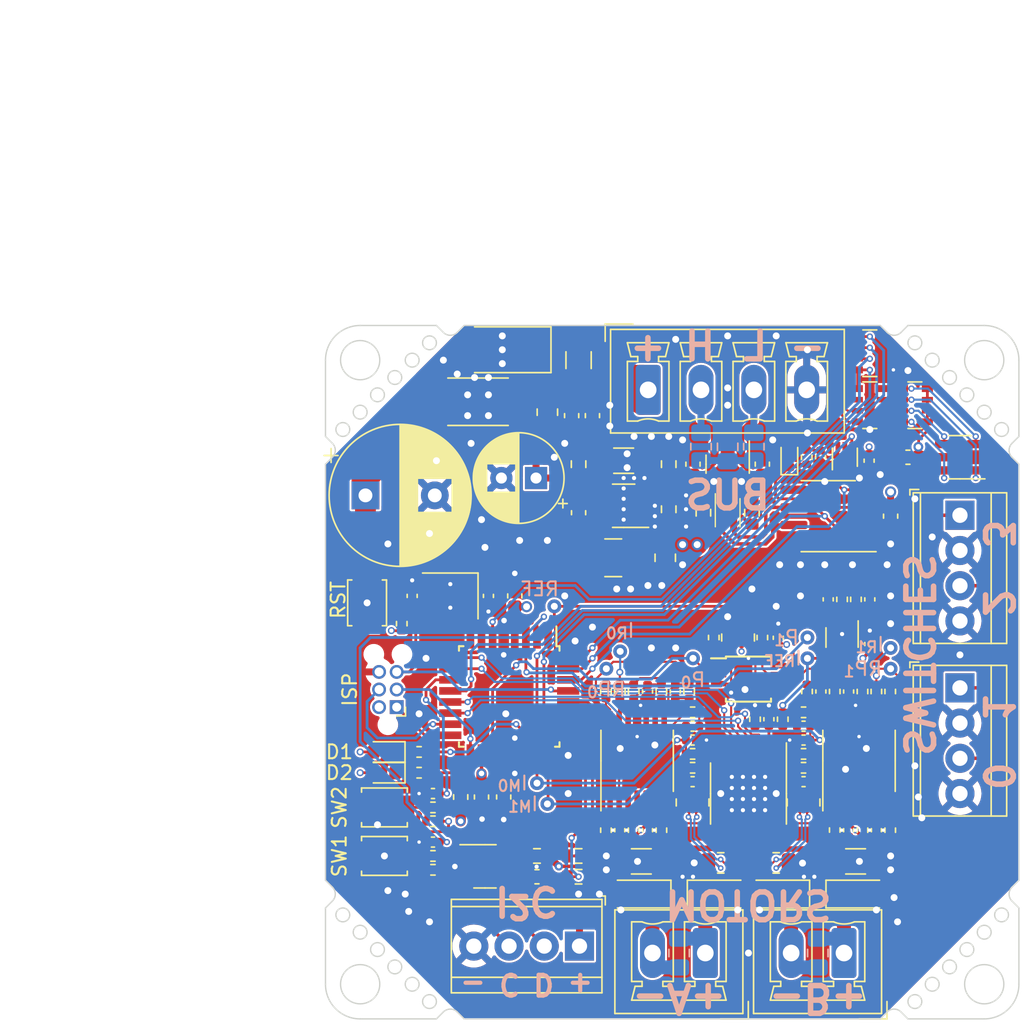
<source format=kicad_pcb>
(kicad_pcb (version 20221018) (generator pcbnew)
  (layers (0 "F.Cu" signal) (1 "In1.Cu" signal) (2 "In2.Cu" signal) (31 "B.Cu" signal) (34 "B.Paste" user) (35 "F.Paste" user) (36 "B.SilkS" user "B.Silkscreen") (37 "F.SilkS" user "F.Silkscreen") (38 "B.Mask" user) (39 "F.Mask" user) (44 "Edge.Cuts" user))
  (net 0 "")
  (net 1 "GND")
  (net 2 "/MCU/AREF")
  (net 3 "+5V")
  (net 4 "+5VA")
  (net 5 "/MCU/XTAL1")
  (net 6 "/MCU/XTAL2")
  (net 7 "+24V")
  (net 8 "/vreg/BST")
  (net 9 "/vreg/FB")
  (net 10 "/vreg/SW")
  (net 11 "/vreg/EN")
  (net 12 "/MCU/MISO")
  (net 13 "/MCU/SCK")
  (net 14 "/MCU/MOSI")
  (net 15 "/MCU/~{RST}")
  (net 16 "/sw4/in_raw0")
  (net 17 "/sw4/in_raw1")
  (net 18 "/sw4/in_raw2")
  (net 19 "/sw4/in_raw3")
  (net 20 "/input_prot/CAN_{Hin}")
  (net 21 "/input_prot/CAN_{Lin}")
  (net 22 "/input_prot/CAN_{SPLIT}")
  (net 23 "/mot/OUT_{0B}")
  (net 24 "/mot/OUT_{0A}")
  (net 25 "/mot/OUT_{1B}")
  (net 26 "/mot/OUT_{1A}")
  (net 27 "/mot/V_{M}")
  (net 28 "/I2C/SCL_{ext}")
  (net 29 "/I2C/SDA_{ext}")
  (net 30 "/mot/V_{REF}")
  (net 31 "/SW3")
  (net 32 "/SW2")
  (net 33 "/SW1")
  (net 34 "/SW0")
  (net 35 "+5VD")
  (net 36 "/I_{M1}")
  (net 37 "/TXD")
  (net 38 "/RXD")
  (net 39 "/CD")
  (net 40 "/SDA")
  (net 41 "/SCL")
  (net 42 "/PWM_{1A}")
  (net 43 "/PWM_{1B}")
  (net 44 "/PWM_{0B}")
  (net 45 "/PWM_{0A}")
  (net 46 "+BATT")
  (net 47 "/input_prot/Vin")
  (net 48 "/Signal conditioning 1/I_{R}")
  (net 49 "/I_{M0}")
  (net 50 "/Signal conditioning 0/I_{R}")
  (net 51 "/Signal conditioning 1/V_{REF}")
  (net 52 "/RP_{1}")
  (net 53 "/Signal conditioning 0/V_{REF}")
  (net 54 "/RP_{0}")
  (net 55 "/P_{0}")
  (net 56 "/P_{1}")
  (net 57 "/CS_{0}-")
  (net 58 "/CS_{1}-")
  (net 59 "/CS_{0}+")
  (net 60 "/CS_{1}+")
  (net 61 "/XCVR/TX_{DL}")
  (net 62 "/CAN+")
  (net 63 "/CAN-")
  (net 64 "Net-(RN1A-R1.2)")
  (net 65 "Net-(RN1C-R3.2)")
  (net 66 "Net-(C3-Pad2)")
  (net 67 "Net-(U1D--)")
  (net 68 "Net-(U1B-+)")
  (net 69 "Net-(U1C-+)")
  (net 70 "Net-(L1-Pad1)")
  (net 71 "Net-(L1-Pad4)")
  (net 72 "Net-(U3-+)")
  (net 73 "Net-(RN2C-R3.2)")
  (net 74 "Net-(R3-Pad2)")
  (net 75 "Net-(RN2A-R1.2)")
  (net 76 "Net-(U7C--)")
  (net 77 "Net-(C13-Pad1)")
  (net 78 "/mot/I_{REF}")
  (net 79 "/MCU/BT_0")
  (net 80 "/MCU/BT_1")
  (net 81 "/MCU/LD_1")
  (net 82 "Net-(R21-Pad2)")
  (net 83 "Net-(R22-Pad2)")
  (net 84 "Net-(U7A-+)")
  (net 85 "Net-(U7D-+)")
  (net 86 "/REF")
  (net 87 "Net-(D1-K)")
  (net 88 "Net-(D2-K)")
  (net 89 "Net-(C29-Pad2)")
  (net 90 "Net-(RN1A-R1.1)")
  (net 91 "Net-(RN1D-R4.1)")
  (net 92 "Net-(U1C--)")
  (net 93 "Net-(RN2D-R4.1)")
  (net 94 "Net-(RN2A-R1.1)")
  (net 95 "Net-(R28-Pad2)")
  (net 96 "Net-(U7D--)")
  (net 97 "Net-(RN3A-R1.2)")
  (net 98 "Net-(RN3C-R3.2)")
  (footprint "LED_SMD:LED_0603_1608Metric" (layer "F.Cu") (at 104.25 92.25 180)
    (fp_text reference "D2")
    (fp_text value "LED")
  )
  (footprint "Capacitor_SMD:C_0402_1005Metric" (layer "F.Cu") (at 135.7 69.5 -90)
    (fp_text reference "C24" hide)
    (fp_text value "C")
  )
  (footprint "Diode_SMD:D_SMA" (layer "F.Cu") (at 112.75 61.75 180)
    (fp_text reference "D8" hide)
    (fp_text value "D_Zener")
  )
  (footprint "Capacitor_SMD:C_0603_1608Metric" (layer "F.Cu") (at 111.25 94 -90)
    (fp_text reference "C19" hide)
    (fp_text value "100n")
  )
  (footprint "Resistor_SMD:R_0402_1005Metric" (layer "F.Cu") (at 107.75 95.75 180)
    (fp_text reference "R24" hide)
    (fp_text value "R")
  )
  (footprint "Resistor_SMD:R_0402_1005Metric" (layer "F.Cu") (at 124.2225 96.3925 -90)
    (fp_text reference "R26" hide)
    (fp_text value "~")
  )
  (footprint "Resistor_SMD:R_0402_1005Metric" (layer "F.Cu") (at 134.4725 91.8925 180)
    (fp_text reference "R3" hide)
    (fp_text value "220k")
  )
  (footprint "Resistor_SMD:R_Array_Convex_4x0603" (layer "F.Cu") (at 139.25 62 180)
    (fp_text reference "CN1" hide)
    (fp_text value "C_Pack04_Split")
  )
  (footprint "Resistor_SMD:R_0402_1005Metric" (layer "F.Cu") (at 126.472499 87.8925 180)
    (fp_text reference "R27" hide)
    (fp_text value "~")
  )
  (footprint "Resistor_SMD:R_0805_2012Metric" (layer "F.Cu") (at 116 66.25 -90)
    (fp_text reference "R37" hide)
    (fp_text value "R")
  )
  (footprint "Capacitor_SMD:C_0402_1005Metric" (layer "F.Cu") (at 121.2225 96.3925 -90)
    (fp_text reference "C32" hide)
    (fp_text value "~")
  )
  (footprint "Resistor_SMD:R_0402_1005Metric" (layer "F.Cu") (at 138.7225 86.392499 -90)
    (fp_text reference "R8" hide)
    (fp_text value "22k")
  )
  (footprint "Capacitor_SMD:C_0402_1005Metric" (layer "F.Cu") (at 137.7225 86.3925 90)
    (fp_text reference "C7" hide)
    (fp_text value "1n")
  )
  (footprint "Resistor_SMD:R_0402_1005Metric" (layer "F.Cu") (at 120.2225 86.3925 90)
    (fp_text reference "R36" hide)
    (fp_text value "~")
  )
  (footprint "Capacitor_SMD:C_0603_1608Metric" (layer "F.Cu") (at 126.5 70 90)
    (fp_text reference "C39" hide)
    (fp_text value "C")
  )
  (footprint "Capacitor_SMD:C_0402_1005Metric" (layer "F.Cu") (at 123.2225 86.392499 90)
    (fp_text reference "C33" hide)
    (fp_text value "~")
  )
  (footprint "Resistor_SMD:R_Array_Convex_4x0603" (layer "F.Cu") (at 142.5 65.75)
    (fp_text reference "RN5" hide)
    (fp_text value "R_Pack04_Split")
  )
  (footprint "Resistor_SMD:R_0805_2012Metric" (layer "F.Cu") (at 128.5 98.750001 180)
    (fp_text reference "R17" hide)
    (fp_text value "R")
  )
  (footprint "Capacitor_SMD:C_0603_1608Metric" (layer "F.Cu") (at 140.750001 73.75 90)
    (fp_text reference "C26" hide)
    (fp_text value "100n")
  )
  (footprint "Connector_Phoenix_MC:PhoenixContact_MCV_1,5_2-G-3.81_1x02_P3.81mm_Vertical" (layer "F.Cu") (at 137.3875 105.25 180)
    (fp_text reference "J2" hide)
    (fp_text value "Screw_Terminal_01x02")
  )
  (footprint "Package_TO_SOT_SMD:SOT-563" (layer "F.Cu") (at 137.45 69.5 90)
    (fp_text reference "U5" hide)
    (fp_text value "74LVC1G57")
  )
  (footprint "Capacitor_SMD:C_0402_1005Metric" (layer "F.Cu") (at 134.4725 89.8925 180)
    (fp_text reference "C5" hide)
    (fp_text value "1n")
  )
  (footprint "Package_TO_SOT_SMD:SOT-23-6" (layer "F.Cu") (at 111.5 99)
    (fp_text reference "U11" hide)
    (fp_text value "USBLC6-2SC6")
  )
  (footprint "Resistor_SMD:R_0402_1005Metric" (layer "F.Cu") (at 139.7225 86.3925 -90)
    (fp_text reference "R9" hide)
    (fp_text value "22k")
  )
  (footprint "Capacitor_THT:CP_Radial_D10.0mm_P5.00mm" (layer "F.Cu") (at 102.882323 72.25)
    (fp_text reference "C8" hide)
    (fp_text value "C_Polarized")
  )
  (footprint "LED_SMD:LED_0603_1608Metric" (layer "F.Cu") (at 104.25 90.75 180)
    (fp_text reference "D1")
    (fp_text value "LED")
  )
  (footprint "Capacitor_SMD:C_0402_1005Metric" (layer "F.Cu") (at 126.4725 89.8925)
    (fp_text reference "C31" hide)
    (fp_text value "~")
  )
  (footprint "Capacitor_SMD:C_0402_1005Metric" (layer "F.Cu") (at 132.65 82.52 90)
    (fp_text reference "C43" hide)
    (fp_text value "100n")
  )
  (footprint "NetTie:NetTie-2_SMD_Pad0.5mm" (layer "F.Cu") (at 133.8975 98.7675)
    (fp_text reference "NT2" hide)
    (fp_text value "NetTie_2")
  )
  (footprint "Resistor_SMD:R_0603_1608Metric" (layer "F.Cu") (at 124.75 70 90)
    (fp_text reference "R44" hide)
    (fp_text value "8k2")
  )
  (footprint "Diode_SMD:D_SOD-123F" (layer "F.Cu") (at 138.3 101)
    (fp_text reference "D4" hide)
    (fp_text value "D_Zener")
  )
  (footprint "Capacitor_SMD:C_0402_1005Metric" (layer "F.Cu") (at 123.2225 96.3925 -90)
    (fp_text reference "C27" hide)
    (fp_text value "~")
  )
  (footprint "Resistor_SMD:R_0402_1005Metric" (layer "F.Cu") (at 126.4725 91.8925)
    (fp_text reference "R28" hide)
    (fp_text value "~")
  )
  (footprint "Capacitor_SMD:C_0402_1005Metric" (layer "F.Cu") (at 106.25 79.5 90)
    (fp_text reference "C21" hide)
    (fp_text value "20p")
  )
  (footprint "Package_TO_SOT_SMD:SOT-23-6" (layer "F.Cu") (at 145.75 69.5 180)
    (fp_text reference "U10" hide)
    (fp_text value "SRV05-4")
  )
  (footprint "Button_Switch_SMD:SW_SPST_B3U-1000P" (layer "F.Cu") (at 104.25 94.75 180)
    (fp_text reference "SW2")
    (fp_text value "SW_Push")
  )
  (footprint "Package_SO:SOIC-8_3.9x4.9mm_P1.27mm" (layer "F.Cu") (at 136.25 73.75 180)
    (fp_text reference "U6" hide)
    (fp_text value "TJA1051T-3")
  )
  (footprint "Capacitor_SMD:C_0402_1005Metric" (layer "F.Cu") (at 136.25 79.75 -90)
    (fp_text reference "C13" hide)
    (fp_text value "C")
  )
  (footprint "Resistor_SMD:R_0603_1608Metric" (layer "F.Cu") (at 115.25 98.25 180)
    (fp_text reference "R47" hide)
    (fp_text value "1")
  )
  (footprint "Capacitor_SMD:C_0402_1005Metric" (layer "F.Cu") (at 126.4725 92.892499 180)
    (fp_text reference "C28" hide)
    (fp_text value "~")
  )
  (footprint "Resistor_SMD:R_0603_1608Metric" (layer "F.Cu") (at 118.25 98.25 180)
    (fp_text reference "R48" hide)
    (fp_text value "?")
  )
  (footprint "Inductor_SMD:L_CommonModeChoke_Coilcraft_0805USB" (layer "F.Cu") (at 129 73.5)
    (fp_text reference "L1" hide)
    (fp_text value "L_Ferrite_Coupled")
  )
  (footprint "Resistor_SMD:R_Array_Convex_4x0402" (layer "F.Cu") (at 129.75 82.5 90)
    (fp_text reference "RN3" hide)
    (fp_text value "1k")
  )
  (footprint "Capacitor_SMD:C_0402_1005Metric" (layer "F.Cu") (at 134.4725 92.8925)
    (fp_text reference "C2" hide)
    (fp_text value "56p")
  )
  (footprint "Resistor_SMD:R_0603_1608Metric" (layer "F.Cu") (at 118.25 70 -90)
    (fp_text reference "R42" hide)
    (fp_text value "1M")
  )
  (footprint "Package_TO_SOT_SMD:SOT-353_SC-70-5" (layer "F.Cu") (at 137.25 82.5 -90)
    (fp_text reference "U3" hide)
    (fp_text value "LMV321")
  )
  (footprint "Resistor_SMD:R_0402_1005Metric" (layer "F.Cu") (at 126.2225 86.3925 90)
    (fp_text reference "R30" hide)
    (fp_text value "~")
  )
  (footprint "Package_SO:TSSOP-8_3x3mm_P0.65mm" (layer "F.Cu") (at 130.5 85.5)
    (fp_text reference "U9" hide)
    (fp_text value "MCP6562")
  )
  (footprint "Capacitor_SMD:C_0402_1005Metric" (layer "F.Cu") (at 131.9725 88.3925 -90)
    (fp_text reference "C11" hide)
    (fp_text value "100n")
  )
  (footprint "Resistor_SMD:R_0402_1005Metric" (layer "F.Cu") (at 134.4725 87.8925)
    (fp_text reference "R2" hide)
    (fp_text value "220k")
  )
  (footprint "Capacitor_SMD:C_0402_1005Metric" (layer "F.Cu") (at 137.7225 96.3925 -90)
    (fp_text reference "C1" hide)
    (fp_text value "100n")
  )
  (footprint "Resistor_SMD:R_0402_1005Metric" (layer "F.Cu") (at 106.75 92.25)
    (fp_text reference "R20" hide)
    (fp_text value "R")
  )
  (footprint "Package_QFP:TQFP-32_7x7mm_P0.8mm" (layer "F.Cu") (at 113.25 86.75 -90)
    (fp_text reference "U4" hide)
    (fp_text value "ATmega328PB-A")
  )
  (footprint "prj_lib:TSSOP-16-1EP_4.4x5mm_P0.65mm_EP3x3mm_ThermalVias" (layer "F.Cu") (at 130.5 93.75 -90)
    (fp_text reference "U2" hide)
    (fp_text value "A4954")
  )
  (footprint "Resistor_SMD:R_0402_1005Metric" (layer "F.Cu") (at 107.75 99.25 180)
    (fp_text reference "R23" hide)
    (fp_text value "R")
  )
  (footprint "Capacitor_SMD:C_0603_1608Metric" (layer "F.Cu") (at 131.5 70 90)
    (fp_text reference "C37" hide)
    (fp_text value "C")
  )
  (footprint "Diode_SMD:D_SOD-123F" (layer "F.Cu") (at 128.3 101)
    (fp_text reference "D6" hide)
    (fp_text value "D_Zener")
  )
  (footprint "TerminalBlock_TE-Connectivity:TerminalBlock_TE_282834-4_1x04_P2.54mm_Horizontal" (layer "F.Cu") (at 118.315 104.75 180)
    (fp_text reference "J10" hide)
    (fp_text value "Screw_Terminal_01x04")
  )
  (footprint "Fuse:Fuse_1206_3216Metric_Pad1.42x1.75mm_HandSolder" (layer "F.Cu") (at 118.25 62.5 -90)
    (fp_text reference "F1" hide)
    (fp_text value "Fuse")
  )
  (footprint "Diode_SMD:D_SOD-523" (layer "F.Cu") (at 133.45 69.5 90)
    (fp_text reference "D7" hide)
    (fp_text value "DNP")
  )
  (footprint "Resistor_SMD:R_0603_1608Metric" (layer "F.Cu") (at 130.75 73.5 -90)
    (fp_text reference "R38" hide)
    (fp_text value "R")
  )
  (footprint "Button_Switch_SMD:SW_SPST_B3U-1000P" (layer "F.Cu") (at 103 80 90)
    (fp_text reference "SW3" hide)
    (fp_text value "SW_Push")
  )
  (footprint "Diode_SMD:D_SOD-123F" (layer "F.Cu") (at 122.7 101 180)
    (fp_text reference "D5" hide)
    (fp_text value "D_Zener")
  )
  (footprint "Resistor_SMD:R_0402_1005Metric" (layer "F.Cu") (at 122.2225 86.392499 -90)
    (fp_text reference "R33" hide)
    (fp_text value "~")
  )
  (footprint "Resistor_SMD:R_0603_1608Metric" (layer "F.Cu") (at 127.25 73.5 -90)
    (fp_text reference "R41" hide)
    (fp_text value "R")
  )
  (footprint "Resistor_SMD:R_0402_1005Metric" (layer "F.Cu") (at 124.2225 86.3925 -90)
    (fp_text reference "R35" hide)
    (fp_text value "~")
  )
  (footprint "Resistor_SMD:R_0603_1608Metric" (layer "F.Cu") (at 118.25 99.75 180)
    (fp_text reference "R49" hide)
    (fp_text value "?")
  )
  (footprint "Resistor_SMD:R_0402_1005Metric" (layer "F.Cu") (at 126.4725 90.8925 180)
    (fp_text reference "R29" hide)
    (fp_text value "~")
  )
  (footprint "TerminalBlock_TE-Connectivity:TerminalBlock_TE_282834-4_1x04_P2.54mm_Horizontal" (layer "F.Cu") (at 145.75 86.13 -90)
    (fp_text reference "J9" hide)
    (fp_text value "Screw_Terminal_01x04")
  )
  (footprint "Resistor_SMD:R_0402_1005Metric" (layer "F.Cu") (at 136.7225 96.382501 -90)
    (fp_text reference "R1" hide)
    (fp_text value "220k")
  )
  (footprint "Resistor_SMD:R_0402_1005Metric" (layer "F.Cu") (at 140.7225 86.3925 90)
    (fp_text reference "R11" hide)
    (fp_text value "1.5M")
  )
  (footprint "Capacitor_SMD:C_1206_3216Metric" (layer "F.Cu") (at 121.5 69.75 180)
    (fp_text reference "C40" hide)
    (fp_text value "10u")
  )
  (footprint "Button_Switch_SMD:SW_SPST_B3U-1000P" (layer "F.Cu") (at 104.25 98.25 180)
    (fp_text reference "SW1")
    (fp_text value "SW_Push")
  )
  (footprint "Package_SO:TSSOP-14_4.4x5mm_P0.65mm" (layer "F.Cu") (at 138.4725 91.3925 90)
    (fp_text reference "U1" hide)
    (fp_text value "MCP6004")
  )
  (footprint "Capacitor_SMD:C_0402_1005Metric" (layer "F.Cu") (at 111.75 79.5 -90)
    (fp_text reference "C20" hide)
    (fp_text value "20p")
  )
  (footprint "Capacitor_SMD:C_0402_1005Metric" (layer "F.Cu") (at 107.75 93.75 180)
    (fp_text reference "C23" hide)
    (fp_text value "20p")
  )
  (footprint "Resistor_SMD:R_0402_1005Metric" (layer "F.Cu") (at 138.25 79.75 -90)
    (fp_text reference "R16" hide)
    (fp_text value "R")
  )
  (footprint "Capacitor_SMD:C_0402_1005Metric" (layer "F.Cu") (at 135.7225 86.3925 90)
    (fp_text reference "C4" hide)
    (fp_text value "68p")
  )
  (footprint "Package_SO:TSSOP-14_4.4x5mm_P0.65mm" (layer "F.Cu") (at 122.4725 91.3925 90)
    (fp_text reference "U7" hide)
    (fp_text value "~")
  )
  (footprint "Resistor_SMD:R_0805_2012Metric" (layer "F.Cu") (at 132.5 98.749999)
    (fp_text reference "R18" hide)
    (fp_text value "R")
  )
  (footprint "Capacitor_SMD:C_0603_1608Metric" (layer "F.Cu") (at 118.25 73.499999 90)
    (fp_text reference "C41" hide)
    (fp_text value "100n")
  )
  (footprint "NetTie:NetTie-2_SMD_Pad0.5mm" (layer "F.Cu") (at 127.087501 98.750001 180)
    (fp_text reference "NT1" hide)
    (fp_text value "NetTie_2")
  )
  (footprint "Resistor_SMD:R_Array_Convex_4x0402" (layer "F.Cu") (at 134.4725 94.3925 90)
    (fp_text reference "RN1" hide)
    (fp_text value "1k")
  )
  (footprint "Resistor_SMD:R_0402_1005Metric" (layer "F.Cu") (at 136.7225 86.3925 -90)
    (fp_text reference "R10" hide)
    (fp_text value "1.5M")
  )
  (footprint "Package_TO_SOT_SMD:SOT-23" (layer "F.Cu") (at 129 70 -90)
    (fp_text reference "D9" hide)
    (fp_text value "SM712_SOT23")
  )
  (footprint "Capacitor_SMD:C_1206_3216Metric" (layer "F.Cu") (at 138.225 98.6425 180)
    (fp_text reference "C9" hide)
    (fp_text value "10u")
  )
  (footprint "Resistor_SMD:R_0402_1005Metric" (layer "F.Cu") (at 121.2225 86.3925 -90)
    (fp_text reference "R34" hide)
    (fp_text value "~")
  )
  (footprint "Capacitor_SMD:C_0402_1005Metric" (layer "F.Cu") (at 125.2225 86.3925 90)
    (fp_text reference "C30" hide)
    (fp_text value "~")
  )
  (footprint "Resistor_SMD:R_0402_1005Metric" (layer "F.Cu") (at 120.2225 96.3925 90)
    (fp_text reference "R32" hide)
    (fp_text value "~")
  )
  (footprint "Resistor_SMD:R_0402_1005Metric" (layer "F.Cu") (at 140.7225 96.3925 90)
    (fp_text reference "R7" hide)
    (fp_text value "10k")
  )
  (footprint "Capacitor_SMD:C_0603_1608Metric" (layer "F.Cu") (at 119.25 66.5 -90)
    (fp_text reference "C35" hide)
    (fp_text value "C")
  )
  (footprint "Capacitor_THT:CP_Radial_D6.3mm_P2.50mm" (layer "F.Cu") (at 115.182379 71 180)
    (fp_text reference "C36" hide)
    (fp_text value "C_Polarized")
  )
  (footprint "Crystal:Crystal_SMD_3225-4Pin_3.2x2.5mm" (layer "F.Cu") (at 109 79.5 180)
    (fp_text reference "Y1" hide)
    (fp_text value "Crystal_GND24")
  )
  (footprint "Resistor_SMD:R_0402_1005Metric" (layer "F.Cu") (at 134.7225 86.392499 90)
    (fp_text reference "R5" hide)
    (fp_text value "1.5M")
  )
  (footprint "Connector_Phoenix_MC:PhoenixContact_MCV_1,5_2-G-3.81_1x02_P3.81mm_Vertical" (layer "F.Cu") (at 127.3875 105.25 180)
    (fp_text reference "J1" hide)
    (fp_text value "Screw_Terminal_01x02")
  )
  (footprint "Inductor_SMD:L_1210_3225Metric" (layer "F.Cu") (at 120.749999 76.75)
    (fp_text reference "L2" hide)
    (fp_text value "22u")
  )
  (footprint "Resistor_SMD:R_0603_1608Metric" (layer "F.Cu") (at 124.75 73.25 90)
    (fp_text reference "R43" hide)
    (fp_text value "43k")
  )
  (footprint "Resistor_SMD:R_Array_Convex_4x0402" (layer "F.Cu") (at 126.4725 94.392501 90)
    (fp_text reference "RN2" hide)
    (fp_text value "~")
  )
  (footprint "Capacitor_SMD:C_0603_1608Metric" (layer "F.Cu") (at 113.65 79.5 -90)
    (fp_text reference "C18" hide)
    (fp_text value "100n")
  )
  (footprint "Resistor_SMD:R_0402_1005Metric" (layer "F.Cu") (at 134.7 69.5 -90)
    (fp_text reference "R25" hide)
    (fp_text value "0")
  )
  (footprint "Capacitor_SMD:C_0402_1005Metric" (layer "F.Cu") (at 134.4725 88.8925 180)
    (fp_text reference "C3" hide)
    (fp_text value "6.8n")
  )
  (footprint "Capacitor_SMD:C_0402_1005Metric" (layer "F.Cu") (at 139.25 79.75 90)
    (fp_text reference "C12" hide)
    (fp_text value "C")
  )
  (footprint "Package_TO_SOT_SMD:SOT-23-6" (layer "F.Cu") (at 121.5 73 180)
    (fp_text reference "U8" hide)
    (fp_text value "TD1465")
  )
  (footprint "Resistor_SMD:R_0402_1005Metric" (layer "F.Cu") (at 105.5 81.5 90)
    (fp_text reference "R50" hide)
    (fp_text value "R")
  )
  (footprint "Capacitor_SMD:C_0402_1005Metric" (layer "F.Cu") (at 139.2 69.75 -90)
    (fp_text reference "C25" hide)
    (fp_text value "C")
  )
  (footprint "Resistor_SMD:R_0402_1005Metric" (layer "F.Cu") (at 106.75 90.75)
    (fp_text reference "R19" hide)
    (fp_text value "R")
  )
  (footprint "prj_lib:Tag-Connect_TC2030-IDC-NL_2x03_P1.27mm_Vertical" (layer "F.Cu") (at 104.5 86.25 90)
    (fp_text reference "J3" hide)
    (fp_text value "AVR-ISP-6")
  )
  (footprint "Resistor_SMD:R_0402_1005Metric" (layer "F.Cu") (at 137.25 79.75 -90)
    (fp_text reference "R15" hide)
    (fp_text value "R")
  )
  (footprint "Capacitor_SMD:C_0402_1005Metric" (layer "F.Cu") (at 139.25 82.97 -90)
    (fp_text reference "C14" hide)
    (fp_text value "C")
  )
  (footprint "Resistor_SMD:R_0402_1005Metric" (layer "F.Cu") (at 107.75 98.25 180)
    (fp_text reference "R21" hide)
    (fp_text value "R")
  )
  (footprint "Resistor_SMD:R_2512_6332Metric" (layer "F.Cu") (at 111 65.5)
    (fp_text reference "R12" hide)
    (fp_text value "R")
  )
  (footprint "Diode_SMD:D_SOD-123F" (layer "F.Cu") (at 132.7 101 180)
    (fp_text reference "D3" hide)
    (fp_text value "D_Zener")
  )
  (footprint "Capacitor_SMD:C_0603_1608Metric" (layer "F.Cu") (at 117.75 66.5 -90)
    (fp_text reference "C34" hide)
    (fp_text value "C")
  )
  (footprint "Capacitor_SMD:C_0402_1005Metric" (layer "F.Cu") (at 139.7225 96.3925 -90)
    (fp_text reference "C6" hide)
    (fp_text value "100n")
  )
  (footprint "Capacitor_SMD:C_0805_2012Metric" (layer "F.Cu") (at 124.5 76.75 90)
    (fp_text reference "C42" hide)
    (fp_text value "22u")
  )
  (footprint "Resistor_SMD:R_0402_1005Metric" (layer "F.Cu") (at 134.4725 90.8925)
    (fp_text reference "R4" hide)
    (fp_text value "1k")
  )
  (footprint "Resistor_SMD:R_0402_1005Metric" (layer "F.Cu") (at 128 82.5 -90)
    (fp_text reference "R45" hide)
    (fp_text value "3.3k")
  )
  (footprint "Capacitor_SMD:C_0402_1005Metric" (layer "F.Cu") (at 107.75 97.25 180)
    (fp_text reference "C22" hide)
    (fp_text value "20p")
  )
  (footprint "Resistor_SMD:R_0402_1005Metric" (layer "F.Cu") (at 131.5 82.5 -90)
    (fp_text reference "R46" hide)
    (fp_text value "3.3k")
  )
  (footprint "TerminalBlock_TE-Connectivity:TerminalBlock_TE_282834-4_1x04_P2.54mm_Horizontal" (layer "F.Cu") (at 145.75 73.685 -90)
    (fp_text reference "J11" hide)
    (fp_text value "Screw_Terminal_01x04")
  )
  (footprint "Resistor_SMD:R_0402_1005Metric" (layer "F.Cu") (at 132.9725 88.3925 -90)
    (fp_text reference "R13" hide)
    (fp_text value "?")
  )
  (footprint "Connector_Phoenix_MC:PhoenixContact_MCV_1,5_4-G-3.81_1x04_P3.81mm_Vertical" (layer "F.Cu") (at 123.2675 64.6425)
    (fp_text reference "J4" hide)
    (fp_text value "Screw_Terminal_01x04")
  )
  (footprint "Capacitor_SMD:C_0603_1608Metric" (layer "F.Cu") (at 142 69.5 180)
    (fp_text reference "C44" hide)
    (fp_text value "100n")
  )
  (footprint "Resistor_SMD:R_0402_1005Metric" (layer "F.Cu") (at 130.9725 88.392499 90)
    (fp_text reference "R14" hide)
    (fp_text value "?")
  )
  (footprint "Resistor_SMD:R_0402_1005Metric" (layer "F.Cu") (at 122.2225 96.3925 -90)
    (fp_text reference "R31" hide)
    (fp_text value "~")
  )
  (footprint "Capacitor_SMD:C_0402_1005Metric" (layer "F.Cu") (at 126.4725 88.8925)
    (fp_text reference "C29" hide)
    (fp_text value "~")
  )
  (footprint "Inductor_SMD:L_0603_1608Metric" (layer "F.Cu") (at 109.75 94 90)
    (fp_text reference "FB1" hide)
    (fp_text value "FerriteBead")
  )
  (footprint "Capacitor_SMD:C_1206_3216Metric" (layer "F.Cu") (at 122.775 98.6425)
    (fp_text reference "C10" hide)
    (fp_text value "10u")
  )
  (footprint "Capacitor_SMD:C_0603_1608Metric" (layer "F.Cu") (at 115.25 99.75 180)
    (fp_text reference "C45" hide)
    (fp_text value "100n")
  )
  (footprint "Resistor_SMD:R_Array_Convex_4x0603" (layer "F.Cu") (at 139.25 65.75)
    (fp_text reference "RN4" hide)
    (fp_text value "R_Pack04_Split")
  )
  (footprint "Resistor_SMD:R_0402_1005Metric" (layer "F.Cu") (at 138.7225 96.3925 -90)
    (fp_text reference "R6" hide)
    (fp_text value "10k")
  )
  (footprint "Resistor_SMD:R_0402_1005Metric" (layer "F.Cu") (at 107.75 94.75 180)
    (fp_text reference "R22" hide)
    (fp_text value "R")
  )
  (footprint "Capacitor_SMD:C_0603_1608Metric" (layer "F.Cu") (at 112.85 94 -90)
    (fp_text reference "C17" hide)
    (fp_text value "100n")
  )
  (footprint "Resistor_SMD:R_0805_2012Metric_Pad1.20x1.40mm_HandSolder" (layer "B.Cu") (at 130.8875 68.7375 -90)
    (fp_text reference "R39" hide)
    (fp_text value "R")
  )
  (footprint "prj_lib:TestPoint_THTPad_D1.0mm_Drill0.5mm" (layer "B.Cu") (at 140.75 84.75 180)
    (fp_text reference "TP3" hide)
    (fp_text value "RP_{1}")
  )
  (footprint "Capacitor_SMD:C_0805_2012Metric_Pad1.18x1.45mm_HandSolder" (layer "B.Cu") (at 125.5 105.25 -90)
    (fp_text reference "C15" hide)
    (fp_text value "100n")
  )
  (footprint "Resistor_SMD:R_0805_2012Metric_Pad1.20x1.40mm_HandSolder" (layer "B.Cu") (at 127.0775 68.7375 90)
    (fp_text reference "R40" hide)
    (fp_text value "R")
  )
  (footprint "prj_lib:TestPoint_THTPad_D1.0mm_Drill0.5mm" (layer "B.Cu") (at 134.75 82.5 180)
    (fp_text reference "TP10" hide)
    (fp_text value "P_{1}")
  )
  (footprint "prj_lib:TestPoint_THTPad_D1.0mm_Drill0.5mm" (layer "B.Cu") (at 140.75 83.25 180)
    (fp_text reference "TP2" hide)
    (fp_text value "I_{R1}")
  )
  (footprint "prj_lib:TestPoint_THTPad_D1.0mm_Drill0.5mm" (layer "B.Cu") (at 115.25 93 180)
    (fp_text reference "TP6" hide)
    (fp_text value "I_{M0}")
  )
  (footprint "prj_lib:TestPoint_THTPad_D1.0mm_Drill0.5mm" (layer "B.Cu") (at 116.5 80.25 180)
    (fp_text reference "TP5" hide)
    (fp_text value "REF")
  )
  (footprint "Capacitor_SMD:C_0805_2012Metric_Pad1.18x1.45mm_HandSolder" (layer "B.Cu") (at 135.5 105.25 -90)
    (fp_text reference "C16" hide)
    (fp_text value "100n")
  )
  (footprint "prj_lib:TestPoint_THTPad_D1.0mm_Drill0.5mm" (layer "B.Cu") (at 116 94.5 180)
    (fp_text reference "TP1" hide)
    (fp_text value "I_{M1}")
  )
  (footprint "prj_lib:TestPoint_THTPad_D1.0mm_Drill0.5mm" (layer "B.Cu") (at 121.25 83.5 180)
    (fp_text reference "TP7" hide)
    (fp_text value "I_{R0}")
  )
  (footprint "Capacitor_SMD:C_0805_2012Metric_Pad1.18x1.45mm_HandSolder" (layer "B.Cu") (at 129 68.75 90)
    (fp_text reference "C38" hide)
    (fp_text value "C")
  )
  (footprint "prj_lib:TestPoint_THTPad_D1.0mm_Drill0.5mm" (layer "B.Cu") (at 120.25 84.75 180)
    (fp_text reference "TP8" hide)
    (fp_text value "RP_{0}")
  )
  (footprint "prj_lib:TestPoint_THTPad_D1.0mm_Drill0.5mm" (layer "B.Cu") (at 134.75 84 180)
    (fp_text reference "TP4" hide)
    (fp_text value "I_{REF}")
  )
  (footprint "prj_lib:TestPoint_THTPad_D1.0mm_Drill0.5mm" (layer "B.Cu") (at 126.5 84 180)
    (fp_text reference "TP9" hide)
    (fp_text value "P_{0}")
  )
  (gr_circle (center 103.750001 65) (end 103.75 64.5) (stroke (width 0.1)) (fill none) (layer "Edge.Cuts"))
  (gr_line (start 110 109.999999) (end 109.499999 109.500001) (stroke (width 0.1)) (layer "Edge.Cuts"))
  (gr_circle (center 102.5 107.5) (end 101.5 108.5) (stroke (width 0.1)) (fill none) (layer "Edge.Cuts"))
  (gr_line locked (start 100 70) (end 100 100) (stroke (width 0.1)) (layer "Edge.Cuts"))
  (gr_line (start 109.499999 60.499999) (end 110 60) (stroke (width 0.1)) (layer "Edge.Cuts"))
  (gr_arc (start 100.499999 100.500001) (mid 100.707105 101) (end 100.499999 101.499999) (stroke (width 0.1)) (layer "Edge.Cuts"))
  (gr_line (start 100 107.5) (end 100.000001 102) (stroke (width 0.1)) (layer "Edge.Cuts"))
  (gr_line (start 149.999999 68) (end 149.500001 68.500001) (stroke (width 0.1)) (layer "Edge.Cuts"))
  (gr_circle (center 142.5 61.25) (end 143 61.25) (stroke (width 0.1)) (fill none) (layer "Edge.Cuts"))
  (gr_line (start 149.500001 101.499999) (end 150 102) (stroke (width 0.1)) (layer "Edge.Cuts"))
  (gr_circle (center 106.250001 62.5) (end 106.25 62) (stroke (width 0.1)) (fill none) (layer "Edge.Cuts"))
  (gr_arc (start 109.499999 60.499999) (mid 109 60.707105) (end 108.500001 60.499999) (stroke (width 0.1)) (layer "Edge.Cuts"))
  (gr_circle (center 146.25 65) (end 146.75 65) (stroke (width 0.1)) (fill none) (layer "Edge.Cuts"))
  (gr_line (start 108 60.000001) (end 108.500001 60.499999) (stroke (width 0.1)) (layer "Edge.Cuts"))
  (gr_circle (center 146.249999 105) (end 146.25 105.5) (stroke (width 0.1)) (fill none) (layer "Edge.Cuts"))
  (gr_circle (center 105 106.249999) (end 104.5 106.25) (stroke (width 0.1)) (fill none) (layer "Edge.Cuts"))
  (gr_arc (start 149.500001 69.499999) (mid 149.292895 69) (end 149.500001 68.500001) (stroke (width 0.1)) (layer "Edge.Cuts"))
  (gr_arc (start 147.5 60) (mid 149.267767 60.732233) (end 150 62.5) (stroke (width 0.1)) (layer "Edge.Cuts"))
  (gr_arc (start 102.5 110) (mid 100.732233 109.267767) (end 100 107.5) (stroke (width 0.1)) (layer "Edge.Cuts"))
  (gr_line (start 142 60) (end 147.5 60) (stroke (width 0.1)) (layer "Edge.Cuts"))
  (gr_line (start 150 102) (end 150 107.5) (stroke (width 0.1)) (layer "Edge.Cuts"))
  (gr_circle (center 107.5 61.250001) (end 107.5 60.75) (stroke (width 0.1)) (fill none) (layer "Edge.Cuts"))
  (gr_circle (center 102.5 62.5) (end 101.5 61.5) (stroke (width 0.1)) (fill none) (layer "Edge.Cuts"))
  (gr_line (start 108 110) (end 102.5 110) (stroke (width 0.1)) (layer "Edge.Cuts"))
  (gr_line (start 142 109.999999) (end 141.499999 109.500001) (stroke (width 0.1)) (layer "Edge.Cuts"))
  (gr_circle (center 148.75 67.5) (end 149.25 67.5) (stroke (width 0.1)) (fill none) (layer "Edge.Cuts"))
  (gr_line (start 149.999999 100) (end 149.500001 100.500001) (stroke (width 0.1)) (layer "Edge.Cuts"))
  (gr_circle (center 102.5 103.749999) (end 102 103.75) (stroke (width 0.1)) (fill none) (layer "Edge.Cuts"))
  (gr_arc (start 141.499999 60.499999) (mid 141 60.707105) (end 140.500001 60.499999) (stroke (width 0.1)) (layer "Edge.Cuts"))
  (gr_line (start 100 68) (end 100 62.5) (stroke (width 0.1)) (layer "Edge.Cuts"))
  (gr_circle (center 107.5 108.75) (end 107 108.75) (stroke (width 0.1)) (fill none) (layer "Edge.Cuts"))
  (gr_line locked (start 110 110) (end 140 110) (stroke (width 0.1)) (layer "Edge.Cuts"))
  (gr_circle (center 105.000001 63.75) (end 105 63.25) (stroke (width 0.1)) (fill none) (layer "Edge.Cuts"))
  (gr_line (start 108.500001 109.500001) (end 108 110) (stroke (width 0.1)) (layer "Edge.Cuts"))
  (gr_circle (center 148.75 102.5) (end 148.75 103) (stroke (width 0.1)) (fill none) (layer "Edge.Cuts"))
  (gr_line (start 149.500001 69.499999) (end 150 70) (stroke (width 0.1)) (layer "Edge.Cuts"))
  (gr_arc (start 108.500001 109.500001) (mid 109 109.292895) (end 109.499999 109.500001) (stroke (width 0.1)) (layer "Edge.Cuts"))
  (gr_arc (start 100 62.5) (mid 100.732233 60.732233) (end 102.5 60) (stroke (width 0.1)) (layer "Edge.Cuts"))
  (gr_line (start 100.499999 68.500001) (end 100 68) (stroke (width 0.1)) (layer "Edge.Cuts"))
  (gr_circle (center 147.499999 103.75) (end 147.5 104.25) (stroke (width 0.1)) (fill none) (layer "Edge.Cuts"))
  (gr_circle (center 102.500001 66.25) (end 102.5 65.75) (stroke (width 0.1)) (fill none) (layer "Edge.Cuts"))
  (gr_circle (center 147.5 107.5) (end 148.5 108.5) (stroke (width 0.1)) (fill none) (layer "Edge.Cuts"))
  (gr_line (start 102.5 60) (end 108 60.000001) (stroke (width 0.1)) (layer "Edge.Cuts"))
  (gr_line (start 100.000001 102) (end 100.499999 101.499999) (stroke (width 0.1)) (layer "Edge.Cuts"))
  (gr_circle (center 142.5 108.749999) (end 142.5 109.25) (stroke (width 0.1)) (fill none) (layer "Edge.Cuts"))
  (gr_circle (center 144.999999 106.25) (end 145 106.75) (stroke (width 0.1)) (fill none) (layer "Edge.Cuts"))
  (gr_circle (center 147.5 62.5) (end 148.5 61.5) (stroke (width 0.1)) (fill none) (layer "Edge.Cuts"))
  (gr_line (start 100.000001 70) (end 100.499999 69.499999) (stroke (width 0.1)) (layer "Edge.Cuts"))
  (gr_arc (start 149.500001 101.499999) (mid 149.292895 101) (end 149.500001 100.500001) (stroke (width 0.1)) (layer "Edge.Cuts"))
  (gr_line (start 150 62.5) (end 149.999999 68) (stroke (width 0.1)) (layer "Edge.Cuts"))
  (gr_line (start 140.500001 109.500001) (end 140 110) (stroke (width 0.1)) (layer "Edge.Cuts"))
  (gr_circle (center 103.75 104.999999) (end 103.25 105) (stroke (width 0.1)) (fill none) (layer "Edge.Cuts"))
  (gr_arc (start 140.500001 109.500001) (mid 141 109.292895) (end 141.499999 109.500001) (stroke (width 0.1)) (layer "Edge.Cuts"))
  (gr_line (start 140 60.000001) (end 140.500001 60.499999) (stroke (width 0.1)) (layer "Edge.Cuts"))
  (gr_circle (center 101.250001 102.5) (end 100.75 102.5) (stroke (width 0.1)) (fill none) (layer "Edge.Cuts"))
  (gr_line locked (start 140 60) (end 110 60) (stroke (width 0.1)) (layer "Edge.Cuts"))
  (gr_circle (center 147.5 66.25) (end 148 66.25) (stroke (width 0.1)) (fill none) (layer "Edge.Cuts"))
  (gr_circle (center 101.25 67.5) (end 101.25 67) (stroke (width 0.1)) (fill none) (layer "Edge.Cuts"))
  (gr_line locked (start 150 100) (end 150 70) (stroke (width 0.1)) (layer "Edge.Cuts"))
  (gr_line (start 141.499999 60.499999) (end 142 60) (stroke (width 0.1)) (layer "Edge.Cuts"))
  (gr_arc (start 100.499999 68.500001) (mid 100.707105 69) (end 100.499999 69.499999) (stroke (width 0.1)) (layer "Edge.Cuts"))
  (gr_circle (center 143.749999 107.5) (end 143.75 108) (stroke (width 0.1)) (fill none) (layer "Edge.Cuts"))
  (gr_arc (start 150 107.5) (mid 149.267767 109.267767) (end 147.5 110) (stroke (width 0.1)) (layer "Edge.Cuts"))
  (gr_circle (center 143.75 62.5) (end 144.25 62.5) (stroke (width 0.1)) (fill none) (layer "Edge.Cuts"))
  (gr_line (start 147.5 110) (end 142 109.999999) (stroke (width 0.1)) (layer "Edge.Cuts"))
  (gr_line (start 100.499999 100.500001) (end 100 100) (stroke (width 0.1)) (layer "Edge.Cuts"))
  (gr_circle (center 106.25 107.499999) (end 105.75 107.5) (stroke (width 0.1)) (fill none) (layer "Edge.Cuts"))
  (gr_circle (center 145 63.75) (end 145.5 63.75) (stroke (width 0.1)) (fill none) (layer "Edge.Cuts"))
  (gr_text "-A+" (at 125.5 108.5 180) (layer "B.SilkS") (effects (font (size 2 2) (thickness 0.4) bold) (justify mirror)))
  (gr_text "MOTORS" (at 130.5 101.75 180) (layer "B.SilkS") (effects (font (size 2 2) (thickness 0.4) bold) (justify mirror)))
  (gr_text "BUS" (at 129 72.25) (layer "B.SilkS") (effects (font (size 2 2) (thickness 0.4) bold) (justify mirror)))
  (gr_text "L" (at 131 61.5) (layer "B.SilkS") (effects (font (size 2 2) (thickness 0.4) bold) (justify mirror)))
  (gr_text "2" (at 148.5 80 -90) (layer "B.SilkS") (effects (font (size 2 2) (thickness 0.4) bold) (justify mirror)))
  (gr_text "3" (at 148.5 75 -90) (layer "B.SilkS") (effects (font (size 2 2) (thickness 0.4) bold) (justify mirror)))
  (gr_text "-" (at 134.75 61.5) (layer "B.SilkS") (effects (font (size 2 2) (thickness 0.4) bold) (justify mirror)))
  (gr_text "- C D +" (at 114.5 107.5 180) (layer "B.SilkS") (effects (font (size 1.5 1.4) (thickness 0.3) bold) (justify mirror)))
  (gr_text "+" (at 123.25 61.5) (layer "B.SilkS") (effects (font (size 2 2) (thickness 0.4) bold) (justify mirror)))
  (gr_text "-B+" (at 135.5 108.5 180) (layer "B.SilkS") (effects (font (size 2 2) (thickness 0.4) bold) (justify mirror)))
  (gr_text "I^{2}C" (at 114.5 101.5 180) (layer "B.SilkS") (effects (font (size 2 2) (thickness 0.4) bold) (justify mirror)))
  (gr_text "0" (at 148.5 92.5 -90) (layer "B.SilkS") (effects (font (size 2 2) (thickness 0.4) bold) (justify mirror)))
  (gr_text "SWITCHES" (at 142.75 83.75 270) (layer "B.SilkS") (effects (font (size 2 2) (thickness 0.4) bold) (justify mirror)))
  (gr_text "H" (at 127 61.5) (layer "B.SilkS") (effects (font (size 2 2) (thickness 0.4) bold) (justify mirror)))
  (gr_text "1" (at 148.5 87.5 -90) (layer "B.SilkS") (effects (font (size 2 2) (thickness 0.4) bold) (justify mirror)))
  (gr_text "RST" (at 101.5 81.25 90) (layer "F.SilkS") (effects (font (size 1 1)) (justify left bottom)))
  (gr_text "ISP" (at 101.75 86.25 90) (layer "F.SilkS") (effects (font (size 1 1))))
  (segment (start 111.75 79.98) (end 111.75 80.625) (width 0.25) (layer "F.Cu") (net 1))
  (segment (start 122.4725 87.6425) (end 122.4725 88.53) (width 0.25) (layer "F.Cu") (net 1))
  (segment (start 130.9725 87.378312) (end 130.9725 87.8825) (width 0.25) (layer "F.Cu") (net 1))
  (segment (start 113.65 91) (end 113.65 92.2995) (width 0.4) (layer "F.Cu") (net 1))
  (segment (start 131.7 92.55) (end 132.315 92.55) (width 0.4) (layer "F.Cu") (net 1))
  (segment (start 113.65 89.75) (end 113.65 91) (width 0.4) (layer "F.Cu") (net 1))
  (segment (start 130.5 82.599999) (end 130.5 83) (width 0.15) (layer "F.Cu") (net 1))
  (segment (start 128.225 90.875) (end 128.225 92.145001) (width 0.4) (layer "F.Cu") (net 1))
  (segment (start 130.5 83) (end 130.5 84) (width 0.15) (layer "F.Cu") (net 1))
  (segment (start 116.025 99.75) (end 115.94936 99.75) (width 0.5) (layer "F.Cu") (net 1))
  (segment (start 106.25 79.02) (end 106.25 78.375) (width 0.25) (layer "F.Cu") (net 1))
  (segment (start 131.3 102.1425) (end 131.3 101) (width 1) (layer "F.Cu") (net 1))
  (segment (start 112.85 81.825498) (end 112.85 81.302112) (width 0.4) (layer "F.Cu") (net 1))
  (segment (start 139.25 82.489999) (end 137.490001 82.49) (width 0.25) (layer "F.Cu") (net 1))
  (segment (start 121.3 102.1425) (end 121.3 101) (width 1) (layer "F.Cu") (net 1))
  (segment (start 115.94936 99.75) (end 115.22468 99.02532) (width 0.5) (layer "F.Cu") (net 1))
  (segment (start 107.27 93.75) (end 106.75 93.75) (width 0.2) (layer "F.Cu") (net 1))
  (segment (start 140.15 60.8) (end 140.15 63.2) (width 0.2) (layer "F.Cu") (net 1))
  (segment (start 111.25 94.775) (end 111.25 95.553649) (width 0.4) (layer "F.Cu") (net 1))
  (segment (start 137.490001 82.49) (end 137.25 82.25) (width 0.25) (layer "F.Cu") (net 1))
  (segment (start 138.4725 88.53) (end 138.4725 89.6425) (width 0.25) (layer "F.Cu") (net 1))
  (segment (start 121.3 101) (end 121.300001 101.065) (width 0.5) (layer "F.Cu") (net 1))
  (segment (start 137.25 81.550001) (end 137.25 82.25) (width 0.25) (layer "F.Cu") (net 1))
  (segment (start 132.65 82.04) (end 132.65 81.5) (width 0.25) (layer "F.Cu") (net 1))
  (segment (start 131.9725 87.3925) (end 131.9725 87.9125) (width 0.25) (layer "F.Cu") (net 1))
  (segment (start 121.300001 101.065) (end 121.2225 101.1425) (width 0.5) (layer "F.Cu") (net 1))
  (segment (start 139.25 82.489999) (end 139.25 82) (width 0.25) (layer "F.Cu") (net 1))
  (segment (start 129 83) (end 129 82.6) (width 0.15) (layer "F.Cu") (net 1))
  (segment (start 112.85 82.5) (end 112.85 82.924502) (width 0.4) (layer "F.Cu") (net 1))
  (segment (start 130.4 82.5) (end 130.5 82.599999) (width 0.15) (layer "F.Cu") (net 1))
  (segment (start 113.65 78.725) (end 113.65 78.15) (width 0.4) (layer "F.Cu") (net 1))
  (segment (start 107.9 78.65) (end 109 78.65) (width 0.25) (layer "F.Cu") (net 1))
  (segment (start 129.7225 102.1425) (end 129.7225 101.022501) (width 1) (layer "F.Cu") (net 1))
  (segment (start 138.4725 87.6425) (end 138.2225 87.392501) (width 0.25) (layer "F.Cu") (net 1))
  (segment (start 128.63 92.55) (end 129.3 92.55) (width 0.4) (layer "F.Cu") (net 1))
  (segment (start 139.7225 101.0225) (end 139.7 101) (width 1) (layer "F.Cu") (net 1))
  (segment (start 113.65 91) (end 113.65 90.325498) (width 0.4) (layer "F.Cu") (net 1))
  (segment (start 128.225 92.145001) (end 128.63 92.55) (width 0.4) (layer "F.Cu") (net 1))
  (segment (start 127.4725 89.8925) (end 126.9525 89.8925) (width 0.25) (layer "F.Cu") (net 1))
  (segment (start 129.7225 101.022501) (end 129.7 101) (width 1) (layer "F.Cu") (net 1))
  (segment (start 128.35 86.475) (end 129.25 86.475) (width 0.25) (layer "F.Cu") (net 1))
  (segment (start 140.15 63.2) (end 140.95 63.2) (width 0.2) (layer "F.Cu") (net 1))
  (segment (start 112.85 82.924502) (end 112.774502 83) (width 0.4) (layer "F.Cu") (net 1))
  (segment (start 113.65 78.725) (end 113.65 77.875) (width 0.4) (layer "F.Cu") (net 1))
  (segment (start 111.25 95.553649) (end 111.288896 95.592545) (width 0.4) (layer "F.Cu") (net 1))
  (segment (start 112.85 82.5) (end 112.85 83.75) (width 0.4) (layer "F.Cu") (net 1))
  (segment (start 129.025 86.475) (end 129.25 86.475) (width 0.25) (layer "F.Cu") (net 1))
  (segment (start 133.472499 89.8925) (end 133.9925 89.8925) (width 0.25) (layer "F.Cu") (net 1))
  (segment (start 113.65 91.424502) (end 113.725498 91.5) (width 0.4) (layer "F.Cu") (net 1))
  (segment (start 122.4725 88.53) (end 122.4725 89.6425) (width 0.25) (layer "F.Cu") (net 1))
  (segment (start 129.1 82.5) (end 130.4 82.5) (width 0.15) (layer "F.Cu") (net 1))
  (segment (start 138.2225 87.392501) (end 138.222501 87.3725) (width 0.25) (layer "F.Cu") (net 1))
  (segment (start 132.775 92.09) (end 132.315 92.55) (width 0.4) (layer "F.Cu") (net 1))
  (segment (start 138.222501 87.3725) (end 137.7225 86.8725) (width 0.25) (layer "F.Cu") (net 1))
  (segment (start 123.2225 86.8925) (end 122.7225 87.392501) (width 0.25) (layer "F.Cu") (net 1))
  (segment (start 110.3625 99) (end 109.34163 99) (width 0.4) (layer "F.Cu") (net 1))
  (segment (start 139.7225 102.1425) (end 139.7225 101.0225) (width 1) (layer "F.Cu") (net 1))
  (segment (start 109.34163 99) (end 109.3295 99.01213) (width 0.4) (layer "F.Cu") (net 1))
  (segment (start 112.85 81.302112) (end 112.876056 81.276056) (width 0.4) (layer "F.Cu") (net 1))
  (segment (start 113.65 91) (end 113.65 91.424502) (width 0.4) (layer "F.Cu") (net 1))
  (segment (start 110.1 80.35) (end 109 80.35) (width 0.25) (layer "F.Cu") (net 1))
  (segment (start 112.85 94.775) (end 112.85 95.625) (width 0.4) (layer "F.Cu") (net 1))
  (segment (start 129 82.6) (end 129.1 82.5) (width 0.15) (layer "F.Cu") (net 1))
  (segment (start 132.775 90.875) (end 132.775 92.09) (width 0.4) (layer "F.Cu") (net 1))
  (segment (start 138.4725 88.53) (end 138.4725 87.6425) (width 0.25) (layer "F.Cu") (net 1))
  (segment (start 122.7225 87.392501) (end 122.4725 87.6425) (width 0.25) (layer "F.Cu") (net 1))
  (segment (start 123.2225 86.872501) (end 123.2225 86.8925) (width 0.25) (layer "F.Cu") (net 1))
  (via (at 140 70.75) (size 0.8) (drill 0.5) (layers "F.Cu" "B.Cu") (net 1))
  (via (at 107.5 103) (size 0.8) (drill 0.5) (layers "F.Cu" "B.Cu") (net 1))
  (via (at 106.75 88) (size 0.8) (drill 0.5) (layers "F.Cu" "B.Cu") (net 1))
  (via (at 111.25 74) (size 0.8) (drill 0.5) (layers "F.Cu" "B.Cu") (net 1))
  (via (at 106.25 78.375) (size 0.6) (drill 0.3) (layers "F.Cu" "B.Cu") (net 1))
  (via (at 140.2225 96.3925) (size 0.45) (drill 0.25) (layers "F.Cu" "B.Cu") (net 1))
  (via (at 128.5 93.75) (size 0.8) (drill 0.5) (layers "F.Cu" "B.Cu") (net 1))
  (via (at 134.5 99.75) (size 0.6) (drill 0.3) (layers "F.Cu" "B.Cu") (net 1))
  (via (at 121 79) (size 0.8) (drill 0.5) (layers "F.Cu" "B.Cu") (net 1))
  (via (at 121.5 72.5) (size 0.5) (drill 0.3) (layers "F.Cu" "B.Cu") (net 1))
  (via (at 113 88) (size 0.8) (drill 0.5) (layers "F.Cu" "B.Cu") (net 1))
  (via (at 132.65 81.5) (size 0.5) (drill 0.3) (layers "F.Cu" "B.Cu") (net 1))
  (via (at 137.5 92) (size 0.8) (drill 0.5) (layers "F.Cu" "B.Cu") (net 1))
  (via (at 138.2225 87.392501) (size 0.45) (drill 0.25) (layers "F.Cu" "B.Cu") (net 1))
  (via (at 104.25 98.25) (size 0.8) (drill 0.5) (layers "F.Cu" "B.Cu") (net 1))
  (via (at 141 101.25) (size 0.8) (drill 0.5) (layers "F.Cu" "B.Cu") (net 1))
  (via (at 143 95.5) (size 0.8) (drill 0.5) (layers "F.Cu" "B.Cu") (net 1))
  (via (at 140.5 77.25) (size 0.8) (drill 0.5) (layers "F.Cu" "B.Cu") (net 1))
  (via (at 112.876056 81.276056) (size 0.7) (drill 0.4) (layers "F.Cu" "B.Cu") (net 1))
  (via (at 126.5 99.75) (size 0.6) (drill 0.3) (layers "F.Cu" "B.Cu") (net 1))
  (via (at 122.4725 89.6425) (size 0.45) (drill 0.25) (layers "F.Cu" "B.Cu") (net 1))
  (via (at 127.4725 89.8925) (size 0.45) (drill 0.25) (layers "F.Cu" "B.Cu") (net 1))
  (via (at 126 73.25) (size 0.5) (drill 0.3) (layers "F.Cu" "B.Cu") (net 1))
  (via (at 130.25 86.25) (size 0.8) (drill 0.5) (layers "F.Cu" "B.Cu") (net 1))
  (via (at 140.95 63.2) (size 0.45) (drill 0.25) (layers "F.Cu" "B.Cu") (net 1))
  (via (at 112.85 83.75) (size 0.7) (drill 0.4) (layers "F.Cu" "B.Cu") (net 1))
  (via (at 124.75 68) (size 0.8) (drill 0.5) (layers "F.Cu" "B.Cu") (net 1))
  (via (at 123.75 73) (size 0.5) (drill 0.3) (layers "F.Cu" "B.Cu") (net 1))
  (via (at 121.75 70.25) (size 0.8) (drill 0.5) (layers "F.Cu" "B.Cu") (net 1))
  (via (at 110.75 63.75) (size 0.8) (drill 0.5) (layers "F.Cu" "B.Cu") (net 1))
  (via (at 142.5 91.75) (size 0.8) (drill 0.5) (layers "F.Cu" "B.Cu") (net 1))
  (via (at 118 82.75) (size 0.8) (drill 0.5) (layers "F.Cu" "B.Cu") (net 1))
  (via (at 121.25 90.5) (size 0.8) (drill 0.5) (layers "F.Cu" "B.Cu") (net 1))
  (via (at 110.25 66.5) (size 0.8) (drill 0.5) (layers "F.Cu" "B.Cu") (net 1))
  (via (at 126 72.25) (size 0.5) (drill 0.3) (layers "F.Cu" "B.Cu") (net 1))
  (via (at 117.25 79.5) (size 0.8) (drill 0.5) (layers "F.Cu" "B.Cu") (net 1))
  (via (at 121.5 73.25) (size 0.5) (drill 0.3) (layers "F.Cu" "B.Cu") (net 1))
  (via (at 104.5 75.75) (size 0.8) (drill 0.5) (layers "F.Cu" "B.Cu") (net 1))
  (via (at 125.25 83.25) (size 0.8) (drill 0.5) (layers "F.Cu" "B.Cu") (net 1))
  (via (at 139 90.5) (size 0.8) (drill 0.5) (layers "F.Cu" "B.Cu") (net 1))
  (via (at 122.5 98.6425) (size 0.8) (drill 0.5) (layers "F.Cu" "B.Cu") (net 1))
  (via (at 124.25 78.75) (size 0.8) (drill 0.5) (layers "F.Cu" "B.Cu") (net 1))
  (via (at 111.75 65) (size 0.8) (drill 0.5) (layers "F.Cu" "B.Cu") (net 1))
  (via (at 103.75 96) (size 0.8) (drill 0.5) (layers "F.Cu" "B.Cu") (net 1))
  (via (at 139.25 82) (size 0.5) (drill 0.3) (layers "F.Cu" "B.Cu") (net 1))
  (via (at 130.5 84) (size 0.45) (drill 0.25) (layers "F.Cu" "B.Cu") (net 1))
  (via (at 129 65.75) (size 0.8) (drill 0.5) (layers "F.Cu" "B.Cu") (net 1))
  (via (at 140.75 99.25) (size 0.8) (drill 0.5) (layers "F.Cu" "B.Cu") (net 1))
  (via (at 108.5 62.5) (size 0.8) (drill 0.5) (layers "F.Cu" "B.Cu") (net 1))
  (via (at 119.75 101) (size 0.8) (drill 0.5) (layers "F.Cu" "B.Cu") (net 1))
  (via (at 121.3 102.1425) (size 0.8) (drill 0.5) (layers "F.Cu" "B.Cu") (net 1))
  (via (at 138.4725 89.6425) (size 0.45) (drill 0.25) (layers "F.Cu" "B.Cu") (net 1))
  (via (at 122.25 71) (size 0.5) (drill 0.3) (layers "F.Cu" "B.Cu") (net 1))
  (via (at 129 81) (size 0.8) (drill 0.5) (layers "F.Cu" "B.Cu") (net 1))
  (via (at 122.25 68) (size 0.8) (drill 0.5) (layers "F.Cu" "B.Cu") (net 1))
  (via (at 112.75 62.75) (size 0.8) (drill 0.5) (layers "F.Cu" "B.Cu") (net 1))
  (via (at 134.75 67.75) (size 0.8) (drill 0.5) (layers "F.Cu" "B.Cu") (net 1))
  (via (at 141.25 103) (size 0.8) (drill 0.5) (layers "F.Cu" "B.Cu") (net 1))
  (via (at 120.5 65.75) (size 0.8) (drill 0.5) (layers "F.Cu" "B.Cu") (net 1))
  (via (at 111.75 63.75) (size 0.8) (drill 0.5) (layers "F.Cu" "B.Cu") (net 1))
  (via (at 104.5 100.75) (size 0.8) (drill 0.5) (layers "F.Cu" "B.Cu") (net 1))
  (via (at 140.75 98.25) (size 0.8) (drill 0.5) (layers "F.Cu" "B.Cu") (net 1))
  (via (at 139.25 67.5) (size 0.8) (drill 0.5) (layers "F.Cu" "B.Cu") (net 1))
  (via (at 107.5 75) (size 0.8) (drill 0.5) (layers "F.Cu" "B.Cu") (net 1))
  (via (at 106.75 93.75) (size 0.45) (drill 0.25) (layers "F.Cu" "B.Cu") (net 1))
  (via (at 123.75 90.25) (size 0.8) (drill 0.5) (layers "F.Cu" "B.Cu") (net 1))
  (via (at 131.3 102.1425) (size 0.8) (drill 0.5) (layers "F.Cu" "B.Cu") (net 1))
  (via (at 115.22468 99.02532) (size 0.6) (drill 0.3) (layers "F.Cu" "B.Cu") (net 1))
  (via (at 113.65 77.875) (size 0.7) (drill 0.4) (layers "F.Cu" "B.Cu") (net 1))
  (via (at 134.75 61.75) (size 0.8) (drill 0.5) (layers "F.Cu" "B.Cu") (net 1))
  (via (at 132.5 60.75) (size 0.8) (drill 0.5) (layers "F.Cu" "B.Cu") (net 1))
  (via (at 140.75 79.5) (size 0.8) (drill 0.5) (layers "F.Cu" "B.Cu") (net 1))
  (via (at 122 79) (size 0.8) (drill 0.5) (layers "F.Cu" "B.Cu") (net 1))
  (via (at 129 60.75) (size 0.8) (drill 0.5) (layers "F.Cu" "B.Cu") (net 1))
  (via (at 130 71.25) (size 0.8) (drill 0.5) (layers "F.Cu" "B.Cu") (net 1))
  (via (at 116 75.5) (size 0.8) (drill 0.5) (layers "F.Cu" "B.Cu") (net 1))
  (via (at 109 78.65) (size 0.6) (drill 0.3) (layers "F.Cu" "B.Cu") (net 1))
  (via (at 112.75 61.75) (size 0.8) (drill 0.5) (layers "F.Cu" "B.Cu") (net 1))
  (via (at 138.5 71) (size 0.8) (drill 0.5) (layers "F.Cu" "B.Cu") (net 1))
  (via (at 117.5 93.75) (size 0.8) (drill 0.5) (layers "F.Cu" "B.Cu") (net 1))
  (via (at 123.5 68) (size 0.8) (drill 0.5) (layers "F.Cu" "B.Cu") (net 1))
  (via (at 142.5 72.5) (size 0.8) (drill 0.5) (layers "F.Cu" "B.Cu") (net 1))
  (via (at 142 63.25) (size 0.8) (drill 0.5) (layers "F.Cu" "B.Cu") (net 1))
  (via (at 110.25 65) (size 0.8) (drill 0.5) (layers "F.Cu" "B.Cu") (net 1))
  (via (at 125.75 68.25) (size 0.8) (drill 0.5) (layers "F.Cu" "B.Cu") (net 1))
  (via (at 134.25 79.5) (size 0.8) (drill 0.5) (layers "F.Cu" "B.Cu") (net 1))
  (via (at 140.75 75.75) (size 0.8) (drill 0.5) (layers "F.Cu" "B.Cu") (net 1))
  (via (at 145.75 83.75) (size 0.8) (drill 0.5) (layers "F.Cu" "B.Cu") (net 1))
  (via (at 112.75 60.75) (size 0.8) (drill 0.5) (layers "F.Cu" "B.Cu") (net 1))
  (via (at 110.5 68.5) (size 0.8) (drill 0.5) (layers "F.Cu" "B.Cu") (net 1))
  (via (at 123.25 78.75) (size 0.8) (drill 0.5) (layers "F.Cu" "B.Cu") (net 1))
  (via (at 117.5 91) (size 0.8) (drill 0.5) (layers "F.Cu" "B.Cu") (net 1))
  (via (at 120.25 98.25) (size 0.8) (drill 0.5) (layers "F.Cu" "B.Cu") (net 1))
  (via (at 129.7225 102.1425) (size 0.8) (drill 0.5) (layers "F.Cu" "B.Cu") (net 1))
  (via (at 131.9725 87.3925) (size 0.5) (drill 0.3) (layers "F.Cu" "B.Cu") (net 1))
  (via (at 117.25 68.5) (size 0.8) (drill 0.5) (layers "F.Cu" "B.Cu") (net 1))
  (via (at 111.288896 95.592545) (size 0.7) (drill 0.4) (layers "F.Cu" "B.Cu") (net 1))
  (via (at 109.3295 99.01213) (size 0.7) (drill 0.4) (layers "F.Cu" "B.Cu") (net 1))
  (via (at 123.75 74.5) (size 0.5) (drill 0.3) (layers "F.Cu" "B.Cu") (net 1))
  (via (at 119.25 81.75) (size 0.8) (drill 0.5) (layers "F.Cu" "B.Cu") (net 1))
  (via (at 122.7225 87.392501) (size 0.45) (drill 0.25) (layers "F.Cu" "B.Cu") (net 1))
  (via (at 129.25 86.475) (size 0.5) (drill 0.3) (layers "F.Cu" "B.Cu") (net 1))
  (via (at 109 80.35) (size 0.6) (drill 0.3) (layers "F.Cu" "B.Cu") (net 1))
  (via (at 123 71) (size 0.5) (drill 0.3) (layers "F.Cu" "B.Cu") (net 1))
  (via (at 111.5 76) (size 0.8) (drill 0.5) (layers "F.Cu" "B.Cu") (net 1))
  (via (at 121.5 74) (size 0.5) (drill 0.3) (layers "F.Cu" "B.Cu") (net 1))
  (via (at 121.5 71.75) (size 0.5) (drill 0.3) (layers "F.Cu" "B.Cu") (net 1))
  (via (at 138 77.25) (size 0.8) (drill 0.5) (layers "F.Cu" "B.Cu") (net 1))
  (via (at 143.75 75.25) (size 0.8) (drill 0.5) (layers "F.Cu" "B.Cu") (net 1))
  (via (at 103 80) (size 0.8) (drill 0.5) (layers "F.Cu" "B.Cu") (net 1))
  (via (at 125.75 77.25) (size 0.8) (drill 0.5) (layers "F.Cu" "B.Cu") (net 1))
  (via (at 121.75 69.25) (size 0.8) (drill 0.5) (layers "F.Cu" "B.Cu") (net 1))
  (via (at 113.65 92.2995) (size 0.7) (drill 0.4) (layers "F.Cu" "B.Cu") (net 1))
  (via (at 132.5 93.75) (size 0.8) (drill 0.5) (layers "F.Cu" "B.Cu") (net 1))
  (via (at 120.7225 96.3925) (size 0.45) (drill 0.25) (layers "F.Cu" "B.Cu") (net 1))
  (via (at 130.9725 87.378312) (size 0.5) (drill 0.3) (layers "F.Cu" "B.Cu") (net 1))
  (via (at 135.25 99.75) (size 0.6) (drill 0.3) (layers "F.Cu" "B.Cu") (net 1))
  (via (at 125.75 99.75) (size 0.6) (drill 0.3) (layers "F.Cu" "B.Cu") (net 1))
  (via (at 109.5 63.5) (size 0.8) (drill 0.5) (layers "F.Cu" "B.Cu") (net 1))
  (via (at 126.587501 98.750001) (size 0.8) (drill 0.5) (layers "F.Cu" "B.Cu") (net 1))
  (via (at 120.5 67.25) (size 0.8) (drill 0.5) (layers "F.Cu" "B.Cu") (net 1))
  (via (at 107.25 84) (size 0.8) (drill 0.5) (layers "F.Cu" "B.Cu") (net 1))
  (via (at 121.5 71) (size 0.5) (drill 0.3) (layers "F.Cu" "B.Cu") (net 1))
  (via (at 130.75 79) (size 0.8) (drill 0.5) (layers "F.Cu" "B.Cu") (net 1))
  (via (at 137.2225 96.3925) (size 0.45) (drill 0.25) (layers "F.Cu" "B.Cu") (net 1))
  (via (at 132.5 80.25) (size 0.8) (drill 0.5) (layers "F.Cu" "B.Cu") (net 1))
  (via (at 111.75 66.5) (size 0.8) (drill 0.5) (layers "F.Cu" "B.Cu") (net 1))
  (via (at 121.7225 96.3925) (size 0.45) (drill 0.25) (layers "F.Cu" "B.Cu") (net 1))
  (via (at 133.472499 89.8925) (size 0.45) (drill 0.25) (layers "F.Cu" "B.Cu") (net 1))
  (via (at 138.5 98.6425) (size 0.8) (drill 0.5) (layers "F.Cu" "B.Cu") (net 1))
  (via (at 106 102.25) (size 0.8) (drill 0.5) (layers "F.Cu" "B.Cu") (net 1))
  (via (at 123.5 83.25) (size 0.8) (drill 0.5) (layers "F.Cu" "B.Cu") (net 1))
  (via (at 106.75 97.25) (size 0.45) (drill 0.25) (layers "F.Cu" "B.Cu") (net 1))
  (via (at 111.75 80.625) (size 0.6) (drill 0.3) (layers "F.Cu" "B.Cu") (net 1))
  (via (at 128 71.25) (size 0.8) (drill 0.5) (layers "F.Cu" "B.Cu") (net 1))
  (via (at 134.25 77.25) (size 0.8) (drill 0.5) (layers "F.Cu" "B.Cu") (net 1))
  (via (at 123.75 73.75) (size 0.5) (drill 0.3) (layers "F.Cu" "B.Cu") (net 1))
  (via (at 120.25 99.25) (size 0.8) (drill 0.5) (layers "F.Cu" "B.Cu") (net 1))
  (via (at 140.75 81.5) (size 0.8) (drill 0.5) (layers "F.Cu" "B.Cu") (net 1))
  (via (at 136 71.25) (size 0.8) (drill 0.5) (layers "F.Cu" "B.Cu") (net 1))
  (via (at 123.7225 96.3925) (size 0.45) (drill 0.25) (layers "F.Cu" "B.Cu") (net 1))
  (via (at 108 69.75) (size 0.8) (drill 0.5) (layers "F.Cu" "B.Cu") (net 1))
  (via (at 139.2225 96.3925) (size 0.45) (drill 0.25) (layers "F.Cu" "B.Cu") (net 1))
  (via (at 132.75 77.25) (size 0.8) (drill 0.5) (layers "F.Cu" "B.Cu") (net 1))
  (via (at 137.25 82.25) (size 0.5) (drill 0.3) (layers "F.Cu" "B.Cu") (net 1))
  (via (at 134.3975 98.7675) (size 0.8) (drill 0.5) (layers "F.Cu" "B.Cu") (net 1))
  (via (at 126 74.5) (size 0.5) (drill 0.3) (layers "F.Cu" "B.Cu") (net 1))
  (via (at 105.75 101) (size 0.8) (drill 0.5) (layers "F.Cu" "B.Cu") (net 1))
  (via (at 112.85 95.625) (size 0.7) (drill 0.4) (layers "F.Cu" "B.Cu") (net 1))
  (via (at 116.5 69.5) (size 0.8) (drill 0.5) (layers "F.Cu" "B.Cu") (net 1))
  (via (at 118.25 101) (size 0.8) (drill 0.5) (layers "F.Cu" "B.Cu") (net 1))
  (via (at 125.25 61) (size 0.8) (drill 0.5) (layers "F.Cu" "B.Cu") (net 1))
  (via (at 136 77.25) (size 0.8) (drill 0.5) (layers "F.Cu" "B.Cu") (net 1))
  (via (at 129 64.5) (size 0.8) (drill 0.5) (layers "F.Cu" "B.Cu") (net 1))
  (via (at 132.25 68.25) (size 0.8) (drill 0.5) (layers "F.Cu" "B.Cu") (net 1))
  (via (at 114 75.5) (size 0.8) (drill 0.5) (layers "F.Cu" "B.Cu") (net 1))
  (via (at 139.7225 102.1425) (size 0.8) (drill 0.5) (layers "F.Cu" "B.Cu") (net 1))
  (via (at 113.65 89.75) (size 0.7) (drill 0.4) (layers "F.Cu" "B.Cu") (net 1))
  (via (at 142.75 94) (size 0.8) (drill 0.5) (layers "F.Cu" "B.Cu") (net 1))
  (via (at 130.5 105.25) (size 0.8) (drill 0.5) (layers "F.Cu" "B.Cu") (net 1))
  (segment (start 112.85 91) (end 112.85 93.225) (width 0.25) (layer "F.Cu") (net 2))
  (segment (start 135.345 71.845) (end 136.615 73.115) (width 0.2) (layer "F.Cu") (net 3))
  (segment (start 107.74 99.77) (end 105.77 99.77) (width 0.2) (layer "F.Cu") (net 3))
  (segment (start 143.4 67.6) (end 142.775 68.225) (width 0.2) (layer "F.Cu") (net 3))
  (segment (start 105.25 99.25) (end 105.25 97.25) (width 0.2) (layer "F.Cu") (net 3))
  (segment (start 138.725 73.115) (end 139.885 73.115) (width 0.5) (layer "F.Cu") (net 3))
  (segment (start 113.65 80.275) (end 114.5 80.275) (width 0.5) (layer "F.Cu") (net 3))
  (segment (start 103.4625 90.75) (end 102.5 90.75) (width 0.2) (layer "F.Cu") (net 3))
  (segment (start 118.325 99) (end 119.075 99.75) (width 0.25) (layer "F.Cu") (net 3))
  (segment (start 105.77 99.77) (end 105.25 99.25) (width 0.2) (layer "F.Cu") (net 3))
  (segment (start 137.45 68.75) (end 137.45 69.25) (width 0.2) (layer "F.Cu") (net 3))
  (segment (start 139.885 73.115) (end 140.025 72.975) (width 0.5) (layer "F.Cu") (net 3))
  (segment (start 144.6125 69.5) (end 142.775 69.5) (width 0.5) (layer "F.Cu") (net 3))
  (segment (start 108.875 96.125) (end 108.875 95.75) (width 0.2) (layer "F.Cu") (net 3))
  (segment (start 143.4 66.95) (end 143.4 67.6) (width 0.2) (layer "F.Cu") (net 3))
  (segment (start 105.25 97.25) (end 106 96.5) (width 0.2) (layer "F.Cu") (net 3))
  (segment (start 124.5 75) (end 124.5 75.8) (width 0.2) (layer "F.Cu") (net 3))
  (segment (start 108.26 99.25) (end 107.74 99.77) (width 0.2) (layer "F.Cu") (net 3))
  (segment (start 140.750001 72) (end 140.750001 72.975) (width 0.5) (layer "F.Cu") (net 3))
  (segment (start 138.41 69.5) (end 138.64 69.27) (width 0.2) (layer "F.Cu") (net 3))
  (segment (start 139.2 69.27) (end 139.2 68.75) (width 0.25) (layer "F.Cu") (net 3))
  (segment (start 103.462499 92.25) (end 102.5 92.25) (width 0.2) (layer "F.Cu") (net 3))
  (segment (start 133.775 71.845) (end 135.345 71.845) (width 0.2) (layer "F.Cu") (net 3))
  (segment (start 143.4 64.55) (end 143.4 66.95) (width 0.2) (layer "F.Cu") (net 3))
  (segment (start 119.075 99.75) (end 119.075 98.25) (width 0.25) (layer "F.Cu") (net 3))
  (segment (start 142.775 68.225) (end 142.775 69.5) (width 0.2) (layer "F.Cu") (net 3))
  (segment (start 108.5 96.5) (end 108.875 96.125) (width 0.2) (layer "F.Cu") (net 3))
  (segment (start 138.64 69.27) (end 139.2 69.27) (width 0.2) (layer "F.Cu") (net 3))
  (segment (start 142.75 69.475) (end 142.75 68.75) (width 0.4) (layer "F.Cu") (net 3))
  (segment (start 116.825 99) (end 116.075 98.25) (width 0.5) (layer "F.Cu") (net 3))
  (segment (start 140.750001 72.975) (end 140.75 72.975) (width 0.5) (layer "F.Cu") (net 3))
  (segment (start 124.5 75.8) (end 125.75 75.8) (width 1) (layer "F.Cu") (net 3))
  (segment (start 113.65 82.5) (end 113.65 81.25) (width 0.5) (layer "F.Cu") (net 3))
  (segment (start 104.76 82.01) (end 104.75 82) (width 0.2) (layer "F.Cu") (net 3))
  (segment (start 140.025 72.975) (end 140.75 72.975) (width 0.5) (layer "F.Cu") (net 3))
  (segment (start 105.5 82.01) (end 104.76 82.01) (width 0.2) (layer "F.Cu") (net 3))
  (segment (start 137.45 69.25) (end 137.7 69.5) (width 0.2) (layer "F.Cu") (net 3))
  (segment (start 108.26 95.75) (end 108.875 95.75) (width 0.2) (layer "F.Cu") (net 3))
  (segment (start 136.615 73.115) (end 138.725 73.115) (width 0.2) (layer "F.Cu") (net 3))
  (segment (start 113.65 82.5) (end 113.65 80.275) (width 0.5) (layer "F.Cu") (net 3))
  (segment (start 124.75 74.075) (end 124.75 74.75) (width 0.2) (layer "F.Cu") (net 3))
  (segment (start 109.75 95.75) (end 109.75 94.7875) (width 0.75) (layer "F.Cu") (net 3))
  (segment (start 116.825 99) (end 118.325 99) (width 0.25) (layer "F.Cu") (net 3))
  (segment (start 124.75 74.75) (end 124.5 75) (width 0.2) (layer "F.Cu") (net 3))
  (segment (start 106 96.5) (end 108.5 96.5) (width 0.2) (layer "F.Cu") (net 3))
  (segment (start 137.7 69.5) (end 138.41 69.5) (width 0.2) (layer "F.Cu") (net 3))
  (segment (start 126.8 75.8) (end 125.75 75.8) (width 1.5) (layer "F.Cu") (net 3))
  (via (at 109.75 95.75) (size 0.7) (drill 0.4) (layers "F.Cu" "B.Cu") (net 3))
  (via (at 104.75 82) (size 0.5) (drill 0.3) (layers "F.Cu" "B.Cu") (net 3))
  (via (at 116.825 99) (size 0.6) (drill 0.3) (layers "F.Cu" "B.Cu") (net 3))
  (via (at 108.875 95.75) (size 0.5) (drill 0.3) (layers "F.Cu" "B.Cu") (net 3))
  (via (at 114.5 80.275) (size 0.8) (drill 0.5) (layers "F.Cu" "B.Cu") (net 3))
  (via (at 102.5 92.25) (size 0.5) (drill 0.3) (layers "F.Cu" "B.Cu") (net 3))
  (via (at 142.75 68.75) (size 0.7) (drill 0.4) (layers "F.Cu" "B.Cu") (net 3))
  (via (at 126.8 75.8) (size 0.8) (drill 0.5) (layers "F.Cu" "B.Cu") (net 3))
  (via (at 139.2 68.75) (size 0.5) (drill 0.3) (layers "F.Cu" "B.Cu") (net 3))
  (via (at 125.75 75.8) (size 0.8) (drill 0.5) (layers "F.Cu" "B.Cu") (net 3))
  (via (at 140.750001 72) (size 0.8) (drill 0.5) (layers "F.Cu" "B.Cu") (net 3))
  (via (at 102.5 90.75) (size 0.5) (drill 0.3) (layers "F.Cu" "B.Cu") (net 3))
  (segment (start 137.7325 95.9125) (end 138.7225 96.902501) (width 0.25) (layer "F.Cu") (net 4))
  (segment (start 138.4725 95.1625) (end 137.7225 95.9125) (width 0.25) (layer "F.Cu") (net 4))
  (segment (start 122.4725 95.1625) (end 123.2225 95.9125) (width 0.25) (layer "F.Cu") (net 4))
  (segment (start 132.650001 83) (end 133.25 83) (width 0.25) (layer "F.Cu") (net 4))
  (segment (start 111.25 93.225) (end 111.25 92.2995) (width 0.75) (layer "F.Cu") (net 4))
  (segment (start 137.7325 95.9125) (end 138.2175 96.3975) (width 0.15) (layer "F.Cu") (net 4))
  (segment (start 122.2225 96.902501) (end 122.2325 96.9025) (width 0.25) (layer "F.Cu") (net 4))
  (segment (start 138.4725 94.255) (end 138.4725 95.1625) (width 0.25) (layer "F.Cu") (net 4))
  (segment (start 111.2375 93.2125) (end 111.25 93.225) (width 0.4) (layer "F.Cu") (net 4))
  (segment (start 137.9 83.45) (end 139.25 83.45) (width 0.25) (layer "F.Cu") (net 4))
  (segment (start 109.75 93.2125) (end 111.2375 93.2125) (width 0.75) (layer "F.Cu") (net 4))
  (segment (start 139.25 83.5) (end 138.75 84) (width 0.25) (layer "F.Cu") (net 4))
  (segment (start 122.2325 96.9025) (end 123.2225 95.9125) (width 0.25) (layer "F.Cu") (net 4))
  (segment (start 132.650001 83) (end 132.65 84.524999) (width 0.25) (layer "F.Cu") (net 4))
  (segment (start 122.4725 94.255) (end 122.4725 95.1625) (width 0.25) (layer "F.Cu") (net 4))
  (segment (start 137.7225 95.9125) (end 137.7325 95.9125) (width 0.25) (layer "F.Cu") (net 4))
  (segment (start 129.5 83) (end 130.000001 83) (width 0.15) (layer "F.Cu") (net 4))
  (segment (start 138.2175 96.3975) (end 138.7225 96.902501) (width 0.15) (layer "F.Cu") (net 4))
  (segment (start 130.000001 83) (end 130 83.5) (width 0.15) (layer "F.Cu") (net 4))
  (segment (start 139.25 83.45) (end 139.25 83.5) (width 0.25) (layer "F.Cu") (net 4))
  (segment (start 111.25 91) (end 111.25 92.2995) (width 0.25) (layer "F.Cu") (net 4))
  (via (at 133.25 83) (size 0.5) (drill 0.3) (layers "F.Cu" "B.Cu") (net 4))
  (via (at 138.2175 96.3975) (size 0.45) (drill 0.25) (layers "F.Cu" "B.Cu") (net 4))
  (via (at 130 83.5) (size 0.45) (drill 0.25) (layers "F.Cu" "B.Cu") (net 4))
  (via (at 122.7225 96.3925) (size 0.45) (drill 0.25) (layers "F.Cu" "B.Cu") (net 4))
  (via (at 138.75 84) (size 0.5) (drill 0.3) (layers "F.Cu" "B.Cu") (net 4))
  (via (at 111.25 92.2995) (size 0.7) (drill 0.4) (layers "F.Cu" "B.Cu") (net 4))
  (segment (start 111.225 82.475) (end 111.225 79.775) (width 0.2) (layer "F.Cu") (net 5))
  (segment (start 110.1 78.65) (end 111.38 78.65) (width 0.2) (layer "F.Cu") (net 5))
  (segment (start 111.225 79.775) (end 110.100001 78.65) (width 0.15) (layer "F.Cu") (net 5))
  (segment (start 111.25 82.5) (end 111.225 82.475) (width 0.2) (layer "F.Cu") (net 5))
  (segment (start 111.38 78.65) (end 111.75 79.02) (width 0.2) (layer "F.Cu") (net 5))
  (segment (start 110.1 78.65) (end 111.225 79.775) (width 0.2) (layer "F.Cu") (net 5))
  (segment (start 110.45 81.45) (end 110.25 81.25) (width 0.2) (layer "F.Cu") (net 6))
  (segment (start 108.8 81.25) (end 110.25 81.25) (width 0.2) (layer "F.Cu") (net 6))
  (segment (start 107.9 80.35) (end 108.8 81.25) (width 0.2) (layer "F.Cu") (net 6))
  (segment (start 107.9 80.35) (end 106.62 80.35) (width 0.2) (layer "F.Cu") (net 6))
  (segment (start 110.45 82.5) (end 110.45 81.45) (width 0.2) (layer "F.Cu") (net 6))
  (segment (start 106.62 80.35) (end 106.25 79.98) (width 0.2) (layer "F.Cu") (net 6))
  (segment (start 120.025 69.749999) (end 119.25 69.75) (width 0.5) (layer "F.Cu") (net 7))
  (segment (start 115.182379 71) (end 115.182379 69.067621) (width 0.5) (layer "F.Cu") (net 7))
  (segment (start 120.3625 73) (end 119.499999 73) (width 0.5) (layer "F.Cu") (net 7))
  (segment (start 119 70) (end 118.97548 70.02452) (width 0.5) (layer "F.Cu") (net 7))
  (segment (start 119.25 69.75) (end 119 70) (width 0.5) (layer "F.Cu") (net 7))
  (segment (start 116.5 71) (end 115.182379 71) (width 0.5) (layer "F.Cu") (net 7))
  (segment (start 116 68.25) (end 116 67.1625) (width 0.5) (layer "F.Cu") (net 7))
  (segment (start 119.25 71.652151) (end 120.025 70.877152) (width 0.5) (layer "F.Cu") (net 7))
  (segment (start 119.499999 73) (end 119.25 72.75) (width 0.5) (layer "F.Cu") (net 7))
  (segment (start 118.25 70.04904) (end 118.22548 70.02452) (width 0.15) (layer "F.Cu") (net 7))
  (segment (start 119.25 72.75) (end 119.25 71.652151) (width 0.5) (layer "F.Cu") (net 7))
  (segment (start 118.97548 70.02452) (end 118.22548 70.02452) (width 0.5) (layer "F.Cu") (net 7))
  (segment (start 115.182379 69.067621) (end 116 68.25) (width 0.5) (layer "F.Cu") (net 7))
  (segment (start 118.22548 70.02452) (end 117.47548 70.02452) (width 0.5) (layer "F.Cu") (net 7))
  (segment (start 120.025 70.877152) (end 120.025 69.749999) (width 0.5) (layer "F.Cu") (net 7))
  (segment (start 118.25 70.825) (end 118.25 70.04904) (width 0.15) (layer "F.Cu") (net 7))
  (segment (start 117.47548 70.02452) (end 116.5 71) (width 0.5) (layer "F.Cu") (net 7))
  (segment (start 122.25 74.75) (end 121.75 74.75) (width 0.2) (layer "F.Cu") (net 8))
  (segment (start 122.6375 73.95) (end 122.6375 74.3625) (width 0.2) (layer "F.Cu") (net 8))
  (segment (start 121.75 74.75) (end 121 75.5) (width 0.2) (layer "F.Cu") (net 8))
  (segment (start 121 75.5) (end 121 77.5) (width 0.2) (layer "F.Cu") (net 8))
  (segment (start 120 78.5) (end 118.75 78.5) (width 0.2) (layer "F.Cu") (net 8))
  (segment (start 122.6375 74.3625) (end 122.25 74.75) (width 0.2) (layer "F.Cu") (net 8))
  (segment (start 121 77.5) (end 120 78.5) (width 0.2) (layer "F.Cu") (net 8))
  (segment (start 118.75 78.5) (end 118.25 78) (width 0.2) (layer "F.Cu") (net 8))
  (segment (start 118.25 78) (end 118.25 74.274999) (width 0.2) (layer "F.Cu") (net 8))
  (segment (start 122.6375 72.050001) (end 123.549999 72.05) (width 0.2) (layer "F.Cu") (net 9))
  (segment (start 124.75 72.425001) (end 124.75 70.825) (width 0.2) (layer "F.Cu") (net 9))
  (segment (start 123.549999 72.05) (end 123.925 72.425001) (width 0.2) (layer "F.Cu") (net 9))
  (segment (start 123.925 72.425001) (end 124.75 72.425001) (width 0.2) (layer "F.Cu") (net 9))
  (segment (start 118.25 72.724999) (end 119.475001 73.95) (width 0.2) (layer "F.Cu") (net 10))
  (segment (start 119.475001 73.95) (end 120.3625 73.95) (width 0.2) (layer "F.Cu") (net 10))
  (segment (start 118.925001 68.5) (end 120.749999 68.5) (width 0.15) (layer "F.Cu") (net 11))
  (segment (start 120.749999 68.5) (end 121 68.75) (width 0.15) (layer "F.Cu") (net 11))
  (segment (start 121 68.75) (end 121 70.75) (width 0.15) (layer "F.Cu") (net 11))
  (segment (start 118.25 69.175001) (end 118.925001 68.5) (width 0.15) (layer "F.Cu") (net 11))
  (segment (start 120.3625 71.3875) (end 120.3625 72.050001) (width 0.15) (layer "F.Cu") (net 11))
  (segment (start 121 70.75) (end 120.3625 71.3875) (width 0.15) (layer "F.Cu") (net 11))
  (segment (start 109 89.55) (end 107.165 89.55) (width 0.2) (layer "F.Cu") (net 12))
  (segment (start 107.165 89.55) (end 105.135 87.52) (width 0.2) (layer "F.Cu") (net 12))
  (segment (start 110.45 91) (end 110.45 89.8) (width 0.2) (layer "F.Cu") (net 13))
  (segment (start 110.45 92.05) (end 110.45 91) (width 0.2) (layer "F.Cu") (net 13))
  (segment (start 110.25 92.25) (end 110.45 92.05) (width 0.2) (layer "F.Cu") (net 13))
  (segment (start 107.26 92.25) (end 110.25 92.25) (width 0.2) (layer "F.Cu") (net 13))
  (via (at 110.45 89.8) (size 0.45) (drill 0.25) (layers "F.Cu" "B.Cu") (net 13))
  (segment (start 110.45 89.2) (end 110.45 89.8) (width 0.2) (layer "B.Cu") (net 13))
  (segment (start 105.135 86.25) (end 107.5 86.25) (width 0.2) (layer "B.Cu") (net 13))
  (segment (start 107.5 86.25) (end 110.45 89.2) (width 0.2) (layer "B.Cu") (net 13))
  (segment (start 109 88.75) (end 107.75 88.75) (width 0.2) (layer "F.Cu") (net 14))
  (via (at 107.75 88.75) (size 0.45) (drill 0.25) (layers "F.Cu" "B.Cu") (net 14))
  (segment (start 103 89) (end 103 87.115) (width 0.2) (layer "B.Cu") (net 14))
  (segment (start 107.75 88.75) (end 107.5 88.75) (width 0.2) (layer "B.Cu") (net 14))
  (segment (start 107.5 88.75) (end 106.5 89.75) (width 0.2) (layer "B.Cu") (net 14))
  (segment (start 103 87.115) (end 103.865 86.25) (width 0.2) (layer "B.Cu") (net 14))
  (segment (start 106.5 89.75) (end 103.75 89.75) (width 0.2) (layer "B.Cu") (net 14))
  (segment (start 103.75 89.75) (end 103 89) (width 0.2) (layer "B.Cu") (net 14))
  (segment (start 106.02 84.98) (end 105.135 84.98) (width 0.2) (layer "F.Cu") (net 15))
  (segment (start 103 81.7) (end 104.175 81.7) (width 0.2) (layer "F.Cu") (net 15))
  (segment (start 116.35 86.35) (end 116.25 86.25) (width 0.2) (layer "F.Cu") (net 15))
  (segment (start 106 81) (end 106.51 81.51) (width 0.2) (layer "F.Cu") (net 15))
  (segment (start 104.175 81.7) (end 104.875 81) (width 0.2) (layer "F.Cu") (net 15))
  (segment (start 106.51 84.49) (end 106.02 84.98) (width 0.2) (layer "F.Cu") (net 15))
  (segment (start 106.51 81.51) (end 106.51 84.49) (width 0.2) (layer "F.Cu") (net 15))
  (segment (start 104.875 81) (end 106 81) (width 0.2) (layer "F.Cu") (net 15))
  (segment (start 117.5 86.35) (end 116.35 86.35) (width 0.2) (layer "F.Cu") (net 15))
  (via (at 116.25 86.25) (size 0.45) (drill 0.25) (layers "F.Cu" "B.Cu") (net 15))
  (segment (start 109.664477 86.25) (end 116.25 86.25) (width 0.2) (layer "B.Cu") (net 15))
  (segment (start 108.394477 84.98) (end 109.664477 86.25) (width 0.2) (layer "B.Cu") (net 15))
  (segment (start 105.135 84.98) (end 108.394477 84.98) (width 0.2) (layer "B.Cu") (net 15))
  (segment (start 146.8875 68.55) (end 146.8875 68) (width 0.15) (layer "F.Cu") (net 16))
  (segment (start 147.04 91.21) (end 149.5 88.75) (width 0.25) (layer "F.Cu") (net 16))
  (segment (start 145.75 91.21) (end 147.04 91.21) (width 0.25) (layer "F.Cu") (net 16))
  (segment (start 140.15 64.55) (end 142.25 64.55) (width 0.15) (layer "F.Cu") (net 16))
  (segment (start 149.5 70.25) (end 147.8 68.55) (width 0.25) (layer "F.Cu") (net 16))
  (segment (start 149.5 88.75) (end 149.5 70.25) (width 0.25) (layer "F.Cu") (net 16))
  (segment (start 147.8 68.55) (end 146.8875 68.55) (width 0.25) (layer "F.Cu") (net 16))
  (via (at 142.25 64.55) (size 0.45) (drill 0.25) (layers "F.Cu" "B.Cu") (net 16))
  (via (at 146.8875 68) (size 0.45) (drill 0.25) (layers "F.Cu" "B.Cu") (net 16))
  (segment (start 142.25 64.55) (end 143.4375 64.55) (width 0.15) (layer "B.Cu") (net 16))
  (segment (start 143.4375 64.55) (end 146.8875 68) (width 0.15) (layer "B.Cu") (net 16))
  (segment (start 147.12 86.13) (end 148.5 84.75) (width 0.25) (layer "F.Cu") (net 17))
  (segment (start 147.95 70.45) (end 146.8875 70.45) (width 0.25) (layer "F.Cu") (net 17))
  (segment (start 148.5 84.75) (end 148.5 71) (width 0.25) (layer "F.Cu") (net 17))
  (segment (start 148.5 71) (end 147.95 70.45) (width 0.25) (layer "F.Cu") (net 17))
  (segment (start 145.75 86.13) (end 147.12 86.13) (width 0.25) (layer "F.Cu") (net 17))
  (segment (start 140.15 65.35) (end 142.25 65.35) (width 0.15) (layer "F.Cu") (net 17))
  (segment (start 146.8875 70.45) (end 146.8875 71) (width 0.15) (layer "F.Cu") (net 17))
  (via (at 142.25 65.35) (size 0.45) (drill 0.25) (layers "F.Cu" "B.Cu") (net 17))
  (via (at 146.8875 71) (size 0.45) (drill 0.25) (layers "F.Cu" "B.Cu") (net 17))
  (segment (start 142.25 65.35) (end 143.6 65.35) (width 0.15) (layer "B.Cu") (net 17))
  (segment (start 143.6 65.35) (end 146.8875 68.6375) (width 0.15) (layer "B.Cu") (net 17))
  (segment (start 146.8875 68.6375) (end 146.8875 71) (width 0.15) (layer "B.Cu") (net 17))
  (segment (start 145.55 68.55) (end 144.6125 68.55) (width 0.25) (layer "F.Cu") (net 18))
  (segment (start 147.5 72.75) (end 145.75 71) (width 0.25) (layer "F.Cu") (net 18))
  (segment (start 147.5 78.25) (end 147.5 72.75) (width 0.25) (layer "F.Cu") (net 18))
  (segment (start 146.985 78.765) (end 147.5 78.25) (width 0.25) (layer "F.Cu") (net 18))
  (segment (start 145.75 68.75) (end 145.55 68.55) (width 0.25) (layer "F.Cu") (net 18))
  (segment (start 145.75 71) (end 145.75 68.75) (width 0.25) (layer "F.Cu") (net 18))
  (segment (start 140.15 66.15) (end 142.25 66.15) (width 0.15) (layer "F.Cu") (net 18))
  (segment (start 145.75 78.765) (end 146.985 78.765) (width 0.25) (layer "F.Cu") (net 18))
  (segment (start 144.6125 68.55) (end 144.6125 68) (width 0.15) (layer "F.Cu") (net 18))
  (via (at 144.6125 68) (size 0.45) (drill 0.25) (layers "F.Cu" "B.Cu") (net 18))
  (via (at 142.25 66.15) (size 0.45) (drill 0.25) (layers "F.Cu" "B.Cu") (net 18))
  (segment (start 142.25 66.15) (end 142.7625 66.15) (width 0.15) (layer "B.Cu") (net 18))
  (segment (start 142.7625 66.15) (end 144.6125 68) (width 0.15) (layer "B.Cu") (net 18))
  (segment (start 144.6125 70.45) (end 143.8 70.45) (width 0.25) (layer "F.Cu") (net 19))
  (segment (start 143.5 70.75) (end 143.5 72.75) (width 0.25) (layer "F.Cu") (net 19))
  (segment (start 140.15 66.95) (end 142.25 66.95) (width 0.15) (layer "F.Cu") (net 19))
  (segment (start 144.6125 70.45) (end 144.6125 71) (width 0.15) (layer "F.Cu") (net 19))
  (segment (start 143.5 72.75) (end 144.435 73.685) (width 0.25) (layer "F.Cu") (net 19))
  (segment (start 143.8 70.45) (end 143.5 70.75) (width 0.25) (layer "F.Cu") (net 19))
  (segment (start 144.435 73.685) (end 145.75 73.685) (width 0.25) (layer "F.Cu") (net 19))
  (via (at 142.25 66.95) (size 0.45) (drill 0.25) (layers "F.Cu" "B.Cu") (net 19))
  (via (at 144.6125 71) (size 0.45) (drill 0.25) (layers "F.Cu" "B.Cu") (net 19))
  (segment (start 142.25 66.95) (end 144.6125 69.3125) (width 0.15) (layer "B.Cu") (net 19))
  (segment (start 144.6125 69.3125) (end 144.6125 71) (width 0.15) (layer "B.Cu") (net 19))
  (segment (start 128.05 67.7225) (end 128.05 69.0625) (width 0.5) (layer "F.Cu") (net 20))
  (segment (start 126.5 70.775) (end 126.5 71.5) (width 0.25) (layer "F.Cu") (net 20))
  (segment (start 128.05 69.0625) (end 128.05 69.95) (width 0.25) (layer "F.Cu") (net 20))
  (segment (start 127.225 70.775) (end 126.5 70.775) (width 0.25) (layer "F.Cu") (net 20))
  (segment (start 126.5 71.5) (end 127.25 72.25) (width 0.25) (layer "F.Cu") (net 20))
  (segment (start 127.0775 66.75) (end 128.05 67.7225) (width 0.5) (layer "F.Cu") (net 20))
  (segment (start 127.25 72.25) (end 127.25 72.675) (width 0.25) (layer "F.Cu") (net 20))
  (segment (start 128.05 69.95) (end 127.225 70.775) (width 0.25) (layer "F.Cu") (net 20))
  (segment (start 127.0775 64.6425) (end 127.0775 66.75) (width 0.5) (layer "F.Cu") (net 20))
  (segment (start 127.0775 64.6425) (end 127.0775 67.7375) (width 0.5) (layer "B.Cu") (net 20))
  (segment (start 130.75 72.25) (end 131.5 71.5) (width 0.25) (layer "F.Cu") (net 21))
  (segment (start 130.8875 66.8125) (end 129.95 67.75) (width 0.5) (layer "F.Cu") (net 21))
  (segment (start 131.5 71.5) (end 131.5 70.775) (width 0.25) (layer "F.Cu") (net 21))
  (segment (start 130.75 72.675) (end 130.75 72.25) (width 0.25) (layer "F.Cu") (net 21))
  (segment (start 129.95 69.95) (end 130.775 70.775) (width 0.25) (layer "F.Cu") (net 21))
  (segment (start 130.8875 64.6425) (end 130.8875 66.8125) (width 0.5) (layer "F.Cu") (net 21))
  (segment (start 129.95 69.0625) (end 129.95 69.95) (width 0.25) (layer "F.Cu") (net 21))
  (segment (start 130.775 70.775) (end 131.5 70.775) (width 0.25) (layer "F.Cu") (net 21))
  (segment (start 129.95 67.75) (end 129.95 69.0625) (width 0.5) (layer "F.Cu") (net 21))
  (segment (start 130.8875 64.6425) (end 130.8875 67.7375) (width 0.5) (layer "B.Cu") (net 21))
  (segment (start 127.0775 69.7375) (end 130.8875 69.7375) (width 0.5) (layer "B.Cu") (net 22))
  (segment (start 128.4725 100.1425) (end 127.615 101) (width 0.4) (layer "F.Cu") (net 23))
  (segment (start 127.3875 103.1375) (end 126.9 102.65) (width 1) (layer "F.Cu") (net 23))
  (segment (start 130.175 97.6425) (end 130.25 97.7175) (width 0.4) (layer "F.Cu") (net 23))
  (segment (start 130.25 99.500001) (end 129.607501 100.1425) (width 0.4) (layer "F.Cu") (net 23))
  (segment (start 127.615 101) (end 126.9 101) (width 0.4) (layer "F.Cu") (net 23))
  (segment (start 127.3875 105.25) (end 127.3875 103.1375) (width 1) (layer "F.Cu") (net 23))
  (segment (start 130.175 96.625) (end 130.175 97.6425) (width 0.4) (layer "F.Cu") (net 23))
  (segment (start 126.9 102.65) (end 126.9 101) (width 1) (layer "F.Cu") (net 23))
  (segment (start 129.607501 100.1425) (end 128.4725 100.1425) (width 0.4) (layer "F.Cu") (net 23))
  (segment (start 130.25 97.7175) (end 130.25 99.500001) (width 0.4) (layer "F.Cu") (net 23))
  (segment (start 126.9625 104.2125) (end 125.5 104.2125) (width 1) (layer "B.Cu") (net 23))
  (segment (start 127.3875 104.6375) (end 126.9625 104.2125) (width 1) (layer "B.Cu") (net 23))
  (segment (start 127.3875 105.25) (end 127.3875 104.6375) (width 1) (layer "B.Cu") (net 23))
  (segment (start 124.1 102.65) (end 124.1 101) (width 1) (layer "F.Cu") (net 24))
  (segment (start 124.3575 99.8925) (end 124.1 100.15) (width 0.4) (layer "F.Cu") (net 24))
  (segment (start 123.5775 105.25) (end 123.5775 103.1725) (width 1) (layer "F.Cu") (net 24))
  (segment (start 128.874999 96.625) (end 128.874999 97.365) (width 0.4) (layer "F.Cu") (net 24))
  (segment (start 124.1 100.15) (end 124.1 101) (width 0.4) (layer "F.Cu") (net 24))
  (segment (start 126.54 97.7) (end 125.5975 98.6425) (width 0.4) (layer "F.Cu") (net 24))
  (segment (start 124.752817 99.892499) (end 124.3575 99.8925) (width 0.4) (layer "F.Cu") (net 24))
  (segment (start 128.54 97.7) (end 126.54 97.7) (width 0.4) (layer "F.Cu") (net 24))
  (segment (start 123.5775 103.1725) (end 124.1 102.65) (width 1) (layer "F.Cu") (net 24))
  (segment (start 125.5975 99.047817) (end 124.752817 99.892499) (width 0.4) (layer "F.Cu") (net 24))
  (segment (start 128.874999 97.365) (end 128.54 97.7) (width 0.4) (layer "F.Cu") (net 24))
  (segment (start 125.5975 98.6425) (end 125.5975 99.047817) (width 0.4) (layer "F.Cu") (net 24))
  (segment (start 123.5775 105.25) (end 123.5775 105.8275) (width 1) (layer "B.Cu") (net 24))
  (segment (start 124.0375 106.2875) (end 125.5 106.2875) (width 1) (layer "B.Cu") (net 24))
  (segment (start 123.5775 105.8275) (end 124.0375 106.2875) (width 1) (layer "B.Cu") (net 24))
  (segment (start 132.455 97.75) (end 132.125 97.419999) (width 0.4) (layer "F.Cu") (net 25))
  (segment (start 137.3875 105.25) (end 137.3875 103.1375) (width 1) (layer "F.Cu") (net 25))
  (segment (start 132.125 97.419999) (end 132.125001 96.625) (width 0.4) (layer "F.Cu") (net 25))
  (segment (start 137.3875 103.1375) (end 136.9 102.65) (width 1) (layer "F.Cu") (net 25))
  (segment (start 135.4725 99.117817) (end 135.4725 98.7675) (width 0.4) (layer "F.Cu") (net 25))
  (segment (start 136.6425 99.8925) (end 136.247183 99.892499) (width 0.4) (layer "F.Cu") (net 25))
  (segment (start 136.9 102.65) (end 136.9 101) (width 1) (layer "F.Cu") (net 25))
  (segment (start 134.455 97.75) (end 132.455 97.75) (width 0.4) (layer "F.Cu") (net 25))
  (segment (start 136.247183 99.892499) (end 135.4725 99.117817) (width 0.4) (layer "F.Cu") (net 25))
  (segment (start 135.4725 98.7675) (end 134.455 97.75) (width 0.4) (layer "F.Cu") (net 25))
  (segment (start 136.9 100.15) (end 136.6425 99.8925) (width 0.4) (layer "F.Cu") (net 25))
  (segment (start 136.9 101) (end 136.9 100.15) (width 0.4) (layer "F.Cu") (net 25))
  (segment (start 137.3875 104.3875) (end 137.2125 104.2125) (width 1) (layer "B.Cu") (net 25))
  (segment (start 137.3875 105.25) (end 137.3875 104.3875) (width 1) (layer "B.Cu") (net 25))
  (segment (start 137.2125 104.2125) (end 135.5 104.2125) (width 1) (layer "B.Cu") (net 25))
  (segment (start 133.33 101) (end 134.1 101) (width 0.4) (layer "F.Cu") (net 26))
  (segment (start 131.3925 100.1425) (end 132.4725 100.1425) (width 0.4) (layer "F.Cu") (net 26))
  (segment (start 130.75 99.5) (end 131.3925 100.1425) (width 0.4) (layer "F.Cu") (net 26))
  (segment (start 130.825 97.665) (end 130.75 97.74) (width 0.4) (layer "F.Cu") (net 26))
  (segment (start 133.5775 103.1725) (end 134.1 102.65) (width 1) (layer "F.Cu") (net 26))
  (segment (start 134.1 102.65) (end 134.1 101) (width 1) (layer "F.Cu") (net 26))
  (segment (start 132.4725 100.1425) (end 133.33 101) (width 0.4) (layer "F.Cu") (net 26))
  (segment (start 130.75 97.74) (end 130.75 99.5) (width 0.4) (layer "F.Cu") (net 26))
  (segment (start 133.5775 105.25) (end 133.5775 103.1725) (width 1) (layer "F.Cu") (net 26))
  (segment (start 130.825 96.625) (end 130.825 97.665) (width 0.4) (layer "F.Cu") (net 26))
  (segment (start 133.5775 105.25) (end 133.5775 105.8275) (width 1) (layer "B.Cu") (net 26))
  (segment (start 133.5775 105.8275) (end 134.0375 106.2875) (width 1) (layer "B.Cu") (net 26))
  (segment (start 134.0375 106.2875) (end 135.5 106.2875) (width 1) (layer "B.Cu") (net 26))
  (segment (start 122.75 100.142501) (end 122.75 102.25) (width 1) (layer "F.Cu") (net 27))
  (segment (start 139 103.25) (end 139 104.25) (width 1) (layer "F.Cu") (net 27))
  (segment (start 122.75 102.25) (end 121.5 103.5) (width 1) (layer "F.Cu") (net 27))
  (segment (start 136.749999 98.6425) (end 138.25 100.142501) (width 0.8) (layer "F.Cu") (net 27))
  (segment (start 139.5 103.5) (end 139.5 107.375) (width 1) (layer "F.Cu") (net 27))
  (segment (start 136.75 98.6425) (end 138.25 100.1425) (width 1) (layer "F.Cu") (net 27))
  (segment (start 139.5 107.375) (end 137.75 109.125) (width 1) (layer "F.Cu") (net 27))
  (segment (start 138.25 100.1425) (end 138.25 102.25) (width 1) (layer "F.Cu") (net 27))
  (segment (start 101 75.75) (end 101 99.5) (width 1.5) (layer "F.Cu") (net 27))
  (segment (start 133.4725 96.642499) (end 134.75 96.6425) (width 1) (layer "F.Cu") (net 27))
  (segment (start 120.625 109.125) (end 121.875 109.125) (width 1.5) (layer "F.Cu") (net 27))
  (segment (start 127.7225 96.642499) (end 126.250001 96.6425) (width 1) (layer "F.Cu") (net 27))
  (segment (start 122.75 102.25) (end 122 103) (width 1) (layer "F.Cu") (net 27))
  (segment (start 139.25 104) (end 139.25 107.625) (width 1.5) (layer "F.Cu") (net 27))
  (segment (start 119.75 109.125) (end 120.625 109.125) (width 1.5) (layer "F.Cu") (net 27))
  (segment (start 121.5 107.25) (end 122 107.75) (width 1) (layer "F.Cu") (net 27))
  (segment (start 133.455001 96.625) (end 133.4725 96.642499) (width 1) (layer "F.Cu") (net 27))
  (segment (start 120.625 109.125) (end 121.75 108) (width 1.5) (layer "F.Cu") (net 27))
  (segment (start 139.25 107.625) (end 137.75 109.125) (width 1.5) (layer "F.Cu") (net 27))
  (segment (start 101 99.5) (end 110.625 109.125) (width 1.5) (layer "F.Cu") (net 27))
  (segment (start 122 107.75) (end 120.625 109.125) (width 1) (layer "F.Cu") (net 27))
  (segment (start 128.225 96.625) (end 127.74 96.625) (width 0.4) (layer "F.Cu") (net 27))
  (segment (start 126.250001 96.6425) (end 122.75 100.142501) (width 1) (layer "F.Cu") (net 27))
  (segment (start 123.625 109.375) (end 120.875 109.375) (width 1) (layer "F.Cu") (net 27))
  (segment (start 132.775 96.625) (end 133.455001 96.625) (width 0.4) (layer "F.Cu") (net 27))
  (segment (start 120.875 109.375) (end 120.625 109.125) (width 1) (layer "F.Cu") (net 27))
  (segment (start 127.74 96.625) (end 127.7225 96.642499) (width 0.4) (layer "F.Cu") (net 27))
  (segment (start 138.25 102.25) (end 139.5 103.5) (width 1) (layer "F.Cu") (net 27))
  (segment (start 110.625 109.125) (end 119.75 109.125) (width 1.5) (layer "F.Cu") (net 27))
  (segment (start 121.5 103.5) (end 121.5 107.25) (width 1) (layer "F.Cu") (net 27))
  (segment (start 121.75 108) (end 121.75 103.75) (width 1.5) (layer "F.Cu") (net 27))
  (segment (start 122 107.75) (end 123.625 109.375) (width 1) (layer "F.Cu") (net 27))
  (segment (start 134.75 96.6425) (end 136.749999 98.6425) (width 1) (layer "F.Cu") (net 27))
  (segment (start 102.882323 73.867677) (end 101 75.75) (width 1.5) (layer "F.Cu") (net 27))
  (segment (start 102.882323 72.25) (end 102.882323 73.867677) (width 1.5) (layer "F.Cu") (net 27))
  (segment (start 122 103) (end 122 104.5) (width 1) (layer "F.Cu") (net 27))
  (segment (start 119.75 109.125) (end 137.75 109.125) (width 1.5) (layer "F.Cu") (net 27))
  (segment (start 110.75 102.25) (end 110.75 102.265) (width 0.25) (layer "F.Cu") (net 28))
  (segment (start 110.3625 98.05) (end 109.478457 98.05) (width 0.25) (layer "F.Cu") (net 28))
  (segment (start 110.75 102.265) (end 113.235 104.75) (width 0.25) (layer "F.Cu") (net 28))
  (segment (start 108.7545 98.773957) (end 108.7545 100.2545) (width 0.25) (layer "F.Cu") (net 28))
  (segment (start 109.478457 98.05) (end 108.7545 98.773957) (width 0.25) (layer "F.Cu") (net 28))
  (segment (start 108.7545 100.2545) (end 110.75 102.25) (width 0.25) (layer "F.Cu") (net 28))
  (segment (start 112.5 103) (end 114.025 103) (width 0.25) (layer "F.Cu") (net 29))
  (segment (start 114.025 103) (end 115.775 104.75) (width 0.25) (layer "F.Cu") (net 29))
  (segment (start 110.3625 100.8625) (end 112.5 103) (width 0.25) (layer "F.Cu") (net 29))
  (segment (start 110.3625 99.95) (end 110.3625 100.8625) (width 0.25) (layer "F.Cu") (net 29))
  (segment (start 132.125 89.8925) (end 132.125001 90.875) (width 0.2) (layer "F.Cu") (net 30))
  (segment (start 131.0025 88.9025) (end 130.9725 88.8725) (width 0.2) (layer "F.Cu") (net 30))
  (segment (start 128.875 91.795) (end 128.9725 91.8925) (width 0.2) (layer "F.Cu") (net 30))
  (segment (start 132.125 89.8925) (end 131.9725 89.74) (width 0.2) (layer "F.Cu") (net 30))
  (segment (start 132.125001 90.875) (end 132.125 91.74) (width 0.2) (layer "F.Cu") (net 30))
  (segment (start 128.874999 90.875) (end 128.875 91.795) (width 0.2) (layer "F.Cu") (net 30))
  (segment (start 131.9725 89.74) (end 131.9725 88.8725) (width 0.2) (layer "F.Cu") (net 30))
  (segment (start 132.125 91.74) (end 131.9725 91.8925) (width 0.2) (layer "F.Cu") (net 30))
  (segment (start 132.9725 88.902499) (end 131.0025 88.9025) (width 0.2) (layer "F.Cu") (net 30))
  (segment (start 131.9725 91.8925) (end 128.9725 91.8925) (width 0.2) (layer "F.Cu") (net 30))
  (segment (start 137.7 60.8) (end 138.35 60.8) (width 0.15) (layer "F.Cu") (net 31))
  (segment (start 117.5 88.75) (end 116.5 88.75) (width 0.2) (layer "F.Cu") (net 31))
  (segment (start 137.25 66.5) (end 137.25 61.25) (width 0.15) (layer "F.Cu") (net 31))
  (segment (start 115.75 88) (end 115.75 84.25) (width 0.2) (layer "F.Cu") (net 31))
  (segment (start 137.25 61.25) (end 137.7 60.8) (width 0.15) (layer "F.Cu") (net 31))
  (segment (start 138.35 66.95) (end 137.7 66.95) (width 0.15) (layer "F.Cu") (net 31))
  (segment (start 137.7 66.95) (end 137.25 66.5) (width 0.15) (layer "F.Cu") (net 31))
  (segment (start 138.35 60.8) (end 139.25 60.8) (width 0.2) (layer "F.Cu") (net 31))
  (segment (start 116.5 88.75) (end 115.75 88) (width 0.2) (layer "F.Cu") (net 31))
  (via (at 115.75 84.25) (size 0.45) (drill 0.25) (layers "F.Cu" "B.Cu") (net 31))
  (via (at 139.25 60.8) (size 0.45) (drill 0.25) (layers "F.Cu" "B.Cu") (net 31))
  (segment (start 140.25 65.028955) (end 140.25 61.8) (width 0.2) (layer "B.Cu") (net 31))
  (segment (start 118.650998 80.849002) (end 124.429953 80.849002) (width 0.2) (layer "B.Cu") (net 31))
  (segment (start 124.429953 80.849002) (end 140.25 65.028955) (width 0.2) (layer "B.Cu") (net 31))
  (segment (start 115.75 83.75) (end 115.75 84.25) (width 0.2) (layer "B.Cu") (net 31))
  (segment (start 140.25 61.8) (end 139.25 60.8) (width 0.2) (layer "B.Cu") (net 31))
  (segment (start 115.75 83.75) (end 118.650998 80.849002) (width 0.2) (layer "B.Cu") (net 31))
  (segment (start 138.35 61.6) (end 139.25 61.6) (width 0.2) (layer "F.Cu") (net 32))
  (segment (start 137.65 66.15) (end 137.5 66) (width 0.15) (layer "F.Cu") (net 32))
  (segment (start 138.35 66.15) (end 137.65 66.15) (width 0.15) (layer "F.Cu") (net 32))
  (segment (start 137.65 61.6) (end 138.35 61.6) (width 0.15) (layer "F.Cu") (net 32))
  (segment (start 116.5 89.55) (end 115.25 88.3) (width 0.2) (layer "F.Cu") (net 32))
  (segment (start 137.5 61.75) (end 137.65 61.6) (width 0.15) (layer "F.Cu") (net 32))
  (segment (start 115.25 88.3) (end 115.25 83.826442) (width 0.2) (layer "F.Cu") (net 32))
  (segment (start 137.5 66) (end 137.5 61.75) (width 0.15) (layer "F.Cu") (net 32))
  (segment (start 117.5 89.55) (end 116.5 89.55) (width 0.2) (layer "F.Cu") (net 32))
  (via (at 139.25 61.6) (size 0.45) (drill 0.25) (layers "F.Cu" "B.Cu") (net 32))
  (via (at 115.25 83.826442) (size 0.45) (drill 0.25) (layers "F.Cu" "B.Cu") (net 32))
  (segment (start 118.526941 80.549501) (end 115.25 83.826442) (width 0.2) (layer "B.Cu") (net 32))
  (segment (start 139.25 61.6) (end 139.75 62.1) (width 0.2) (layer "B.Cu") (net 32))
  (segment (start 124.305896 80.549501) (end 118.526941 80.549501) (width 0.2) (layer "B.Cu") (net 32))
  (segment (start 139.75 65.105397) (end 124.305896 80.549501) (width 0.2) (layer "B.Cu") (net 32))
  (segment (start 139.75 62.1) (end 139.75 65.105397) (width 0.2) (layer "B.Cu") (net 32))
  (segment (start 137.9 62.4) (end 138.35 62.4) (width 0.15) (layer "F.Cu") (net 33))
  (segment (start 112.05 82.5) (end 112.05 81.375) (width 0.2) (layer "F.Cu") (net 33))
  (segment (start 137.75 65.2) (end 137.75 62.55) (width 0.15) (layer "F.Cu") (net 33))
  (segment (start 138.35 62.4) (end 139.25 62.4) (width 0.2) (layer "F.Cu") (net 33))
  (segment (start 137.9 65.35) (end 137.75 65.2) (width 0.15) (layer "F.Cu") (net 33))
  (segment (start 138.35 65.35) (end 137.9 65.35) (width 0.15) (layer "F.Cu") (net 33))
  (segment (start 137.75 62.55) (end 137.9 62.4) (width 0.15) (layer "F.Cu") (net 33))
  (via (at 112.05 81.375) (size 0.45) (drill 0.25) (layers "F.Cu" "B.Cu") (net 33))
  (via (at 139.25 62.4) (size 0.45) (drill 0.25) (layers "F.Cu" "B.Cu") (net 33))
  (segment (start 112.05 81.325) (end 114.625 78.75) (width 0.2) (layer "B.Cu") (net 33))
  (segment (start 138.5 65.5) (end 138.5 63) (width 0.2) (layer "B.Cu") (net 33))
  (segment (start 118 78.75) (end 114.625 78.75) (width 0.2) (layer "B.Cu") (net 33))
  (segment (start 119 79.75) (end 124.25 79.75) (width 0.2) (layer "B.Cu") (net 33))
  (segment (start 124.25 79.75) (end 138.5 65.5) (width 0.2) (layer "B.Cu") (net 33))
  (segment (start 112.05 81.375) (end 112.05 81.325) (width 0.2) (layer "B.Cu") (net 33))
  (segment (start 139.1 62.4) (end 139.25 62.4) (width 0.2) (layer "B.Cu") (net 33))
  (segment (start 138.5 63) (end 139.1 62.4) (width 0.2) (layer "B.Cu") (net 33))
  (segment (start 119 79.75) (end 118 78.75) (width 0.2) (layer "B.Cu") (net 33))
  (segment (start 138.35 64.55) (end 138.35 63.2) (width 0.15) (layer "F.Cu") (net 34))
  (segment (start 138.35 63.2) (end 139.25 63.2) (width 0.2) (layer "F.Cu") (net 34))
  (segment (start 110.5 86) (end 110.5 85.5) (width 0.2) (layer "F.Cu") (net 34))
  (segment (start 109 86.35) (end 110.15 86.35) (width 0.2) (layer "F.Cu") (net 34))
  (segment (start 110.15 86.35) (end 110.5 86) (width 0.2) (layer "F.Cu") (net 34))
  (via (at 110.5 85.5) (size 0.45) (drill 0.25) (layers "F.Cu" "B.Cu") (net 34))
  (via (at 139.25 63.2) (size 0.45) (drill 0.25) (layers "F.Cu" "B.Cu") (net 34))
  (segment (start 110.5 85.5) (end 110.5 83.5) (width 0.2) (layer "B.Cu") (net 34))
  (segment (start 118.402884 80.25) (end 124.181839 80.25) (width 0.2) (layer "B.Cu") (net 34))
  (segment (start 139.25 65.181839) (end 139.25 63.2) (width 0.2) (layer "B.Cu") (net 34))
  (segment (start 110.5 83.5) (end 111 83) (width 0.2) (layer "B.Cu") (net 34))
  (segment (start 124.181839 80.25) (end 139.25 65.181839) (width 0.2) (layer "B.Cu") (net 34))
  (segment (start 111 83) (end 115.652884 83) (width 0.2) (layer "B.Cu") (net 34))
  (segment (start 115.652884 83) (end 118.402884 80.25) (width 0.2) (layer "B.Cu") (net 34))
  (segment (start 114.425 99.7) (end 114.475 99.75) (width 0.5) (layer "F.Cu") (net 35))
  (segment (start 113.65 99.5) (end 113.9 99.75) (width 0.5) (layer "F.Cu") (net 35))
  (segment (start 111.75 99) (end 111.5 99.25) (width 0.5) (layer "F.Cu") (net 35))
  (segment (start 111.5 100.75) (end 112.75 102) (width 0.5) (layer "F.Cu") (net 35))
  (segment (start 113.4 99) (end 113.65 99.25) (width 0.5) (layer "F.Cu") (net 35))
  (segment (start 113.9 99.75) (end 114.475 99.75) (width 0.5) (layer "F.Cu") (net 35))
  (segment (start 112.75 102) (end 117.25 102) (width 0.5) (layer "F.Cu") (net 35))
  (segment (start 111.5 99.25) (end 111.5 100.75) (width 0.5) (layer "F.Cu") (net 35))
  (segment (start 114.475 99.75) (end 114.5 99.75) (width 0.25) (layer "F.Cu") (net 35))
  (segment (start 112.6375 99) (end 111.75 99) (width 0.5) (layer "F.Cu") (net 35))
  (segment (start 117.25 102) (end 118.315 103.065) (width 0.5) (layer "F.Cu") (net 35))
  (segment (start 118.315 103.065) (end 118.315 104.75) (width 0.5) (layer "F.Cu") (net 35))
  (segment (start 112.6375 99) (end 113.4 99) (width 0.5) (layer "F.Cu") (net 35))
  (segment (start 113.65 99.25) (end 113.65 99.5) (width 0.5) (layer "F.Cu") (net 35))
  (segment (start 114.425 98.25) (end 114.425 99.7) (width 0.5) (layer "F.Cu") (net 35))
  (segment (start 134.9825 90.8925) (end 134.9825 89.9225) (width 0.15) (layer "F.Cu") (net 36))
  (segment (start 134.9525 88.8925) (end 134.9525 89.892501) (width 0.15) (layer "F.Cu") (net 36))
  (segment (start 134.9825 89.9225) (end 134.9525 89.892501) (width 0.15) (layer "F.Cu") (net 36))
  (segment (start 134.9525 89.8925) (end 135.6425 89.8925) (width 0.2) (layer "F.Cu") (net 36))
  (segment (start 116.05 91) (end 116.05 94.45) (width 0.2) (layer "F.Cu") (net 36))
  (segment (start 116.05 94.45) (end 116 94.5) (width 0.2) (layer "F.Cu") (net 36))
  (via (at 135.6425 89.8925) (size 0.45) (drill 0.25) (layers "F.Cu" "B.Cu") (net 36))
  (segment (start 135 89.25) (end 135.6425 89.8925) (width 0.2) (layer "B.Cu") (net 36))
  (segment (start 127 89.25) (end 135 89.25) (width 0.2) (layer "B.Cu") (net 36))
  (segment (start 121.75 94.5) (end 127 89.25) (width 0.2) (layer "B.Cu") (net 36))
  (segment (start 116 94.5) (end 121.75 94.5) (width 0.2) (layer "B.Cu") (net 36))
  (segment (start 118.5 84.75) (end 119.25 84) (width 0.2) (layer "F.Cu") (net 37))
  (segment (start 117.5 84.75) (end 118.5 84.75) (width 0.2) (layer "F.Cu") (net 37))
  (segment (start 134.69 70) (end 134.7 70.01) (width 0.2) (layer "F.Cu") (net 37))
  (segment (start 132.699999 72.5) (end 134.75 72.5) (width 0.2) (layer "F.Cu") (net 37))
  (segment (start 134 70.2) (end 134.200001 70) (width 0.2) (layer "F.Cu") (net 37))
  (segment (start 134.75 72.5) (end 136 73.75) (width 0.2) (layer "F.Cu") (net 37))
  (segment (start 134.200001 70) (end 134.69 70) (width 0.2) (layer "F.Cu") (net 37))
  (segment (start 133.45 70.2) (end 132.45 71.2) (width 0.2) (layer "F.Cu") (net 37))
  (segment (start 132.45 72.25) (end 132.699999 72.5) (width 0.2) (layer "F.Cu") (net 37))
  (segment (start 137.905 75.655) (end 136 73.75) (width 0.2) (layer "F.Cu") (net 37))
  (segment (start 132.45 71.2) (end 132.45 72.25) (width 0.2) (layer "F.Cu") (net 37))
  (segment (start 138.725 75.655) (end 137.905 75.655) (width 0.2) (layer "F.Cu") (net 37))
  (segment (start 133.45 70.2) (end 134 70.2) (width 0.2) (layer "F.Cu") (net 37))
  (via (at 119.25 84) (size 0.45) (drill 0.25) (layers "F.Cu" "B.Cu") (net 37))
  (via (at 136 73.75) (size 0.45) (drill 0.25) (layers "F.Cu" "B.Cu") (net 37))
  (segment (start 121.5 81.75) (end 125.5 81.75) (width 0.2) (layer "B.Cu") (net 37))
  (segment (start 119.25 84) (end 121.5 81.75) (width 0.2) (layer "B.Cu") (net 37))
  (segment (start 133.5 73.75) (end 136 73.75) (width 0.2) (layer "B.Cu") (net 37))
  (segment (start 125.5 81.75) (end 133.5 73.75) (width 0.2) (layer "B.Cu") (net 37))
  (segment (start 137.405 71.845) (end 137.295 71.845) (width 0.2) (layer "F.Cu") (net 38))
  (segment (start 138.725 71.845) (end 137.405 71.845) (width 0.2) (layer "F.Cu") (net 38))
  (segment (start 118.45 85.55) (end 119.25 84.75) (width 0.2) (layer "F.Cu") (net 38))
  (segment (start 136.95 70.25) (end 136.95 71.5) (width 0.2) (layer "F.Cu") (net 38))
  (segment (start 137.295 71.845) (end 136.95 71.5) (width 0.2) (layer "F.Cu") (net 38))
  (segment (start 117.5 85.55) (end 118.45 85.55) (width 0.2) (layer "F.Cu") (net 38))
  (via (at 137.405 71.845) (size 0.45) (drill 0.25) (layers "F.Cu" "B.Cu") (net 38))
  (via (at 119.25 84.75) (size 0.45) (drill 0.25) (layers "F.Cu" "B.Cu") (net 38))
  (segment (start 120.55 83.21005) (end 121.51005 82.25) (width 0.2) (layer "B.Cu") (net 38))
  (segment (start 119.25 84.75) (end 120.55 83.45) (width 0.2) (layer "B.Cu") (net 38))
  (segment (start 121.51005 82.25) (end 126.25 82.25) (width 0.2) (layer "B.Cu") (net 38))
  (segment (start 136.25 74.5) (end 137.405 73.345) (width 0.2) (layer "B.Cu") (net 38))
  (segment (start 134 74.5) (end 136.25 74.5) (width 0.2) (layer "B.Cu") (net 38))
  (segment (start 137.405 73.345) (end 137.405 71.845) (width 0.2) (layer "B.Cu") (net 38))
  (segment (start 120.55 83.45) (end 120.55 83.21005) (width 0.2) (layer "B.Cu") (net 38))
  (segment (start 126.25 82.25) (end 134 74.5) (width 0.2) (layer "B.Cu") (net 38))
  (segment (start 117.5 83.95) (end 118.55 83.95) (width 0.2) (layer "F.Cu") (net 39))
  (segment (start 137.95 68.3) (end 137.95 68) (width 0.2) (layer "F.Cu") (net 39))
  (segment (start 137.95 68.2) (end 137.95 68) (width 0.2) (layer "F.Cu") (net 39))
  (segment (start 118.55 83.95) (end 119.25 83.25) (width 0.2) (layer "F.Cu") (net 39))
  (segment (start 137.95 68.75) (end 137.95 68.3) (width 0.2) (layer "F.Cu") (net 39))
  (via (at 137.95 68) (size 0.45) (drill 0.25) (layers "F.Cu" "B.Cu") (net 39))
  (via (at 119.25 83.25) (size 0.45) (drill 0.25) (layers "F.Cu" "B.Cu") (net 39))
  (segment (start 121.25 81.25) (end 119.25 83.25) (width 0.2) (layer "B.Cu") (net 39))
  (segment (start 137.95 68) (end 124.7 81.25) (width 0.2) (layer "B.Cu") (net 39))
  (segment (start 124.7 81.25) (end 121.25 81.25) (width 0.2) (layer "B.Cu") (net 39))
  (segment (start 117.425 99.75) (end 118.25 99.75) (width 0.2) (layer "F.Cu") (net 40))
  (segment (start 116.675 100.5) (end 117.425 99.75) (width 0.2) (layer "F.Cu") (net 40))
  (segment (start 113.45 99.95) (end 114 100.5) (width 0.2) (layer "F.Cu") (net 40))
  (segment (start 118.75 88.2) (end 118.75 95.949833) (width 0.2) (layer "F.Cu") (net 40))
  (segment (start 114 100.5) (end 116.675 100.5) (width 0.2) (layer "F.Cu") (net 40))
  (segment (start 118.5 87.95) (end 118.75 88.2) (width 0.2) (layer "F.Cu") (net 40))
  (segment (start 118.75 95.949833) (end 117.75 96.949833) (width 0.2) (layer "F.Cu") (net 40))
  (segment (start 117.5 87.95) (end 118.5 87.95) (width 0.2) (layer "F.Cu") (net 40))
  (segment (start 112.6375 99.95) (end 113.45 99.95) (width 0.2) (layer "F.Cu") (net 40))
  (via (at 117.75 96.949833) (size 0.45) (drill 0.25) (layers "F.Cu" "B.Cu") (net 40))
  (via (at 118.25 99.75) (size 0.45) (drill 0.25) (layers "F.Cu" "B.Cu") (net 40))
  (segment (start 118.25 99.75) (end 117.75 99.25) (width 0.2) (layer "B.Cu") (net 40))
  (segment (start 117.75 96.949833) (end 117.75 99.25) (width 0.2) (layer "B.Cu") (net 40))
  (segment (start 112.6375 98.05) (end 113.45 98.05) (width 0.2) (layer "F.Cu") (net 41))
  (segment (start 114 97.5) (end 116.675 97.5) (width 0.2) (layer "F.Cu") (net 41))
  (segment (start 117.425 98.25) (end 118 98.25) (width 0.2) (layer "F.Cu") (net 41))
  (segment (start 116.675 97.5) (end 117.425 98.25) (width 0.2) (layer "F.Cu") (net 41))
  (segment (start 117.5 87.15) (end 118.9 87.15) (width 0.2) (layer "F.Cu") (net 41))
  (segment (start 118.25 98) (end 118 98.25) (width 0.2) (layer "F.Cu") (net 41))
  (segment (start 118.9 87.15) (end 119.25 87.5) (width 0.2) (layer "F.Cu") (net 41))
  (segment (start 113.45 98.05) (end 114 97.5) (width 0.2) (layer "F.Cu") (net 41))
  (segment (start 119.25 96.25) (end 118.25 97.25) (width 0.2) (layer "F.Cu") (net 41))
  (segment (start 118.25 97.25) (end 118.25 98) (width 0.2) (layer "F.Cu") (net 41))
  (segment (start 119.25 87.5) (end 119.25 96.25) (width 0.2) (layer "F.Cu") (net 41))
  (segment (start 131.475 90.875) (end 131.475 89.725) (width 0.15) (layer "F.Cu") (net 42))
  (segment (start 109 87.15) (end 110.25 87.15) (width 0.2) (layer "F.Cu") (net 42))
  (segment (start 131.25 89.5) (end 130.75 89.5) (width 0.15) (layer "F.Cu") (net 42))
  (segment (start 131.475 89.725) (end 131.25 89.5) (width 0.15) (layer "F.Cu") (net 42))
  (segment (start 130.25 89) (end 130.25 88) (width 0.15) (layer "F.Cu") (net 42))
  (segment (start 130.75 89.5) (end 130.25 89) (width 0.15) (layer "F.Cu") (net 42))
  (via (at 110.25 87.15) (size 0.45) (drill 0.25) (layers "F.Cu" "B.Cu") (net 42))
  (via (at 130.25 88) (size 0.45) (drill 0.25) (layers "F.Cu" "B.Cu") (net 42))
  (segment (start 110.626497 86.773503) (end 110.25 87.15) (width 0.15) (layer "B.Cu") (net 42))
  (segment (start 129.25 88.25) (end 128.352848 88.25) (width 0.15) (layer "B.Cu") (net 42))
  (segment (start 128.352848 88.25) (end 126.876351 86.773503) (width 0.15) (layer "B.Cu") (net 42))
  (segment (start 129.5 88) (end 129.25 88.25) (width 0.15) (layer "B.Cu") (net 42))
  (segment (start 130.25 88) (end 129.5 88) (width 0.15) (layer "B.Cu") (net 42))
  (segment (start 126.876351 86.773503) (end 110.626497 86.773503) (width 0.15) (layer "B.Cu") (net 42))
  (segment (start 130.825 90.875) (end 130.825 89.995) (width 0.15) (layer "F.Cu") (net 43))
  (segment (start 130.825 89.995) (end 129.75 88.92) (width 0.15) (layer "F.Cu") (net 43))
  (segment (start 129.75 88.92) (end 129.75 88.5) (width 0.15) (layer "F.Cu") (net 43))
  (segment (start 109 87.95) (end 110.25 87.95) (width 0.2) (layer "F.Cu") (net 43))
  (via (at 110.25 87.95) (size 0.45) (drill 0.25) (layers "F.Cu" "B.Cu") (net 43))
  (via (at 129.75 88.5) (size 0.45) (drill 0.25) (layers "F.Cu" "B.Cu") (net 43))
  (segment (start 121.650739 88.5) (end 120.173743 87.023004) (width 0.15) (layer "B.Cu") (net 43))
  (segment (start 120.173743 87.023004) (end 111.176996 87.023004) (width 0.15) (layer "B.Cu") (net 43))
  (segment (start 129.75 88.5) (end 121.650739 88.5) (width 0.15) (layer "B.Cu") (net 43))
  (segment (start 111.176996 87.023004) (end 110.25 87.95) (width 0.15) (layer "B.Cu") (net 43))
  (segment (start 129.25 88.971424) (end 129.25 87.25) (width 0.15) (layer "F.Cu") (net 44))
  (segment (start 109 83.95) (end 111.25 83.95) (width 0.2) (layer "F.Cu") (net 44))
  (segment (start 130.175 90.875) (end 130.175 89.896424) (width 0.15) (layer "F.Cu") (net 44))
  (segment (start 130.175 89.896424) (end 129.25 88.971424) (width 0.15) (layer "F.Cu") (net 44))
  (via (at 111.25 83.95) (size 0.45) (drill 0.25) (layers "F.Cu" "B.Cu") (net 44))
  (via (at 129.25 87.25) (size 0.45) (drill 0.25) (layers "F.Cu" "B.Cu") (net 44))
  (segment (start 117.811296 85.4495) (end 112.7495 85.4495) (width 0.15) (layer "B.Cu") (net 44))
  (segment (start 129.25 87.25) (end 128.274501 86.274501) (width 0.15) (layer "B.Cu") (net 44))
  (segment (start 118.636297 86.274501) (end 117.811296 85.4495) (width 0.15) (layer "B.Cu") (net 44))
  (segment (start 112.7495 85.4495) (end 111.25 83.95) (width 0.15) (layer "B.Cu") (net 44))
  (segment (start 128.274501 86.274501) (end 118.636297 86.274501) (width 0.15) (layer "B.Cu") (net 44))
  (segment (start 128.75 89) (end 128.75 87.75) (width 0.15) (layer "F.Cu") (net 45))
  (segment (start 129.525 90.875) (end 129.525 89.775) (width 0.15) (layer "F.Cu") (net 45))
  (segment (start 129.525 89.775) (end 128.75 89) (width 0.15) (layer "F.Cu") (net 45))
  (segment (start 109 84.75) (end 111.25 84.75) (width 0.2) (layer "F.Cu") (net 45))
  (via (at 128.75 87.75) (size 0.45) (drill 0.25) (layers "F.Cu" "B.Cu") (net 45))
  (via (at 111.25 84.75) (size 0.45) (drill 0.25) (layers "F.Cu" "B.Cu") (net 45))
  (segment (start 117.707949 85.699001) (end 112.199001 85.699001) (width 0.15) (layer "B.Cu") (net 45))
  (segment (start 112.199001 85.699001) (end 111.25 84.75) (width 0.15) (layer "B.Cu") (net 45))
  (segment (start 118.53295 86.524002) (end 117.707949 85.699001) (width 0.15) (layer "B.Cu") (net 45))
  (segment (start 128.75 87.75) (end 127.524002 86.524002) (width 0.15) (layer "B.Cu") (net 45))
  (segment (start 127.524002 86.524002) (end 118.53295 86.524002) (width 0.15) (layer "B.Cu") (net 45))
  (segment (start 136.5225 88.53) (end 136.5225 87.5675) (width 0.15) (layer "F.Cu") (net 48))
  (segment (start 136.2425 85.3925) (end 138.2325 85.3925) (width 0.15) (layer "F.Cu") (net 48))
  (segment (start 139.7225 85.8825) (end 139.7225 85.25) (width 0.15) (layer "F.Cu") (net 48))
  (segment (start 135.6925 85.882499) (end 135.7225 85.9125) (width 0.15) (layer "F.Cu") (net 48))
  (segment (start 135.7225 85.9125) (end 136.2425 85.3925) (width 0.15) (layer "F.Cu") (net 48))
  (segment (start 136.222501 86.4125) (end 135.7225 85.9125) (width 0.15) (layer "F.Cu") (net 48))
  (segment (start 136.2225 87.2675) (end 136.222501 86.4125) (width 0.15) (layer "F.Cu") (net 48))
  (segment (start 134.7225 85.8825) (end 135.6925 85.882499) (width 0.15) (layer "F.Cu") (net 48))
  (segment (start 136.5225 87.5675) (end 136.2225 87.2675) (width 0.15) (layer "F.Cu") (net 48))
  (segment (start 138.2325 85.3925) (end 138.7225 85.8825) (width 0.15) (layer "F.Cu") (net 48))
  (segment (start 138.7225 85.8825) (end 139.7225 85.8825) (width 0.15) (layer "F.Cu") (net 48))
  (via (at 139.7225 85.25) (size 0.5) (drill 0.3) (layers "F.Cu" "B.Cu") (net 48))
  (segment (start 139.7225 84.2775) (end 140.75 83.25) (width 0.15) (layer "B.Cu") (net 48))
  (segment (start 139.7225 85.25) (end 139.7225 84.2775) (width 0.15) (layer "B.Cu") (net 48))
  (segment (start 125.9925 90.8625) (end 125.9625 90.892499) (width 0.15) (layer "F.Cu") (net 49))
  (segment (start 125.9925 89.8925) (end 125.3575 89.8925) (width 0.2) (layer "F.Cu") (net 49))
  (segment (start 125.9925 88.8925) (end 125.9925 90.8625) (width 0.15) (layer "F.Cu") (net 49))
  (segment (start 115.25 91) (end 115.25 93) (width 0.2) (layer "F.Cu") (net 49))
  (via (at 125.3575 89.8925) (size 0.45) (drill 0.25) (layers "F.Cu" "B.Cu") (net 49))
  (segment (start 115.25 93) (end 122.25 93) (width 0.2) (layer "B.Cu") (net 49))
  (segment (start 122.25 93) (end 125.3575 89.8925) (width 0.2) (layer "B.Cu") (net 49))
  (segment (start 126.2225 85.8825) (end 125.2525 85.8825) (width 0.15) (layer "F.Cu") (net 50))
  (segment (start 124.7225 87.3925) (end 124.722501 86.4125) (width 0.15) (layer "F.Cu") (net 50))
  (segment (start 124.4225 87.6925) (end 124.7225 87.3925) (width 0.15) (layer "F.Cu") (net 50))
  (segment (start 122.2225 85.8825) (end 122.680499 85.424501) (width 0.15) (layer "F.Cu") (net 50))
  (segment (start 121.2225 85.8825) (end 121.2225 85) (width 0.15) (layer "F.Cu") (net 50))
  (segment (start 122.680499 85.424501) (end 124.7345 85.424501) (width 0.15) (layer "F.Cu") (net 50))
  (segment (start 124.4225 88.53) (end 124.4225 87.6925) (width 0.15) (layer "F.Cu") (net 50))
  (segment (start 121.2225 85.8825) (end 122.2225 85.8825) (width 0.15) (layer "F.Cu") (net 50))
  (segment (start 125.2525 85.8825) (end 125.2225 85.912501) (width 0.15) (layer "F.Cu") (net 50))
  (segment (start 124.722501 86.4125) (end 125.2225 85.912501) (width 0.15) (layer "F.Cu") (net 50))
  (segment (start 124.7345 85.424501) (end 125.2225 85.912501) (width 0.15) (layer "F.Cu") (net 50))
  (via (at 121.2225 85) (size 0.5) (drill 0.3) (layers "F.Cu" "B.Cu") (net 50))
  (segment (start 121.25 84.9725) (end 121.2225 85) (width 0.15) (layer "B.Cu") (net 50))
  (segment (start 121.25 83.5) (end 121.25 84.9725) (width 0.15) (layer "B.Cu") (net 50))
  (segment (start 137.8225 90.7425) (end 139.7725 92.6925) (width 0.15) (layer "F.Cu") (net 51))
  (segment (start 136.7225 87.2675) (end 136.7225 86.9025) (width 0.15) (layer "F.Cu") (net 51))
  (segment (start 141.2225 97.160906) (end 141.035906 97.3475) (width 0.15) (layer "F.Cu") (net 51))
  (segment (start 137.8225 88.53) (end 137.8225 90.7425) (width 0.15) (layer "F.Cu") (net 51))
  (segment (start 141.2225 95.624094) (end 141.2225 97.160906) (width 0.15) (layer "F.Cu") (net 51))
  (segment (start 140.4725 95.2675) (end 140.865906 95.2675) (width 0.15) (layer "F.Cu") (net 51))
  (segment (start 139.7725 92.6925) (end 139.772501 94.255) (width 0.15) (layer "F.Cu") (net 51))
  (segment (start 137.8225 88.53) (end 137.822499 87.7425) (width 0.15) (layer "F.Cu") (net 51))
  (segment (start 139.9725 95.267501) (end 140.4725 95.2675) (width 0.15) (layer "F.Cu") (net 51))
  (segment (start 137.597499 87.5175) (end 136.972501 87.5175) (width 0.15) (layer "F.Cu") (net 51))
  (segment (start 141.035906 97.3475) (end 137.177499 97.3475) (width 0.15) (layer "F.Cu") (net 51))
  (segment (start 140.4225 95.2175) (end 140.4725 95.2675) (width 0.15) (layer "F.Cu") (net 51))
  (segment (start 140.865906 95.2675) (end 141.2225 95.624094) (width 0.15) (layer "F.Cu") (net 51))
  (segment (start 139.772501 94.255) (end 139.7725 95.0675) (width 0.15) (layer "F.Cu") (net 51))
  (segment (start 137.177499 97.3475) (end 136.7225 96.892501) (width 0.15) (layer "F.Cu") (net 51))
  (segment (start 139.7725 95.0675) (end 139.9725 95.267501) (width 0.15) (layer "F.Cu") (net 51))
  (segment (start 136.972501 87.5175) (end 136.7225 87.2675) (width 0.15) (layer "F.Cu") (net 51))
  (segment (start 137.822499 87.7425) (end 137.597499 87.5175) (width 0.15) (layer "F.Cu") (net 51))
  (segment (start 140.4225 94.255) (end 140.4225 95.2175) (width 0.15) (layer "F.Cu") (net 51))
  (segment (start 140.7225 87.392501) (end 140.7225 86.9025) (width 0.15) (layer "F.Cu") (net 52))
  (segment (start 140.4225 87.6925) (end 140.7225 87.392501) (width 0.15) (layer "F.Cu") (net 52))
  (segment (start 140.75 84.75) (end 134.75 84.75) (width 0.15) (layer "F.Cu") (net 52))
  (segment (start 133.675 85.825) (end 132.65 85.825) (width 0.15) (layer "F.Cu") (net 52))
  (segment (start 134.75 84.75) (end 133.675 85.825) (width 0.15) (layer "F.Cu") (net 52))
  (segment (start 140.4225 88.530001) (end 140.4225 87.6925) (width 0.15) (layer "F.Cu") (net 52))
  (segment (start 141.5 86.125) (end 141.5 85.5) (width 0.15) (layer "F.Cu") (net 52))
  (segment (start 141.5 85.5) (end 140.75 84.75) (width 0.15) (layer "F.Cu") (net 52))
  (segment (start 140.7225 86.9025) (end 141.5 86.125) (width 0.15) (layer "F.Cu") (net 52))
  (segment (start 120.597501 95.2675) (end 119.9725 95.2675) (width 0.15) (layer "F.Cu") (net 53))
  (segment (start 123.732499 97.3925) (end 124.2225 96.9025) (width 0.15) (layer "F.Cu") (net 53))
  (segment (start 120.597501 95.2675) (end 120.972501 95.2675) (width 0.15) (layer "F.Cu") (net 53))
  (segment (start 119.8475 97.392499) (end 123.732499 97.3925) (width 0.15) (layer "F.Cu") (net 53))
  (segment (start 124.2225 87.2675) (end 124.2225 86.9025) (width 0.15) (layer "F.Cu") (net 53))
  (segment (start 123.1225 87.7425) (end 123.3475 87.5175) (width 0.15) (layer "F.Cu") (net 53))
  (segment (start 123.3475 87.5175) (end 123.972499 87.5175) (width 0.15) (layer "F.Cu") (net 53))
  (segment (start 120.972501 95.2675) (end 121.1725 95.0675) (width 0.15) (layer "F.Cu") (net 53))
  (segment (start 119.9725 95.2675) (end 119.7225 95.5175) (width 0.15) (layer "F.Cu") (net 53))
  (segment (start 121.1725 95.0675) (end 121.1725 94.254999) (width 0.15) (layer "F.Cu") (net 53))
  (segment (start 121.1725 92.6925) (end 121.1725 94.254999) (width 0.15) (layer "F.Cu") (net 53))
  (segment (start 120.5225 94.255) (end 120.522501 95.2675) (width 0.15) (layer "F.Cu") (net 53))
  (segment (start 119.7225 95.5175) (end 119.7225 97.2675) (width 0.15) (layer "F.Cu") (net 53))
  (segment (start 123.1225 88.53) (end 123.1225 87.7425) (width 0.15) (layer "F.Cu") (net 53))
  (segment (start 120.522501 95.2675) (end 120.597501 95.2675) (width 0.15) (layer "F.Cu") (net 53))
  (segment (start 119.7225 97.2675) (end 119.8475 97.392499) (width 0.15) (layer "F.Cu") (net 53))
  (segment (start 123.972499 87.5175) (end 124.2225 87.2675) (width 0.15) (layer "F.Cu") (net 53))
  (segment (start 123.1225 88.53) (end 123.1225 90.7425) (width 0.15) (layer "F.Cu") (net 53))
  (segment (start 123.1225 90.7425) (end 121.1725 92.6925) (width 0.15) (layer "F.Cu") (net 53))
  (segment (start 120.25 84.75) (end 120.749999 84.250001) (width 0.15) (layer "F.Cu") (net 54))
  (segment (start 120.2225 87.392501) (end 120.2225 86.9025) (width 0.15) (layer "F.Cu") (net 54))
  (segment (start 125.250001 84.250001) (end 126.175 85.175) (width 0.15) (layer "F.Cu") (net 54))
  (segment (start 119.5 85.5) (end 119.5 86.18) (width 0.15) (layer "F.Cu") (net 54))
  (segment (start 126.175 85.175) (end 128.35 85.175) (width 0.15) (layer "F.Cu") (net 54))
  (segment (start 119.5 86.18) (end 120.2225 86.9025) (width 0.15) (layer "F.Cu") (net 54))
  (segment (start 120.5225 88.530001) (end 120.5225 87.6925) (width 0.15) (layer "F.Cu") (net 54))
  (segment (start 120.25 84.75) (end 119.5 85.5) (width 0.15) (layer "F.Cu") (net 54))
  (segment (start 120.749999 84.250001) (end 125.250001 84.250001) (width 0.15) (layer "F.Cu") (net 54))
  (segment (start 120.5225 87.6925) (end 120.2225 87.392501) (width 0.15) (layer "F.Cu") (net 54))
  (segment (start 112.05 91) (end 112.05 86.2) (width 0.2) (layer "F.Cu") (net 55))
  (segment (start 128 83.01) (end 128 83.499999) (width 0.15) (layer "F.Cu") (net 55))
  (segment (start 127.025 84.525) (end 126.5 84) (width 0.15) (layer "F.Cu") (net 55))
  (segment (start 128.35 83.849999) (end 128.35 84.524999) (width 0.15) (layer "F.Cu") (net 55))
  (segment (start 112.05 86.2) (end 113.75 84.5) (width 0.2) (layer "F.Cu") (net 55))
  (segment (start 128 83.499999) (end 128.35 83.849999) (width 0.15) (layer "F.Cu") (net 55))
  (segment (start 128.35 84.525) (end 127.025 84.525) (width 0.15) (layer "F.Cu") (net 55))
  (via (at 113.75 84.5) (size 0.45) (drill 0.25) (layers "F.Cu" "B.Cu") (net 55))
  (segment (start 115 84.75) (end 118.25 84.75) (width 0.2) (layer "B.Cu") (net 55))
  (segment (start 119 85.5) (end 123.5 85.5) (width 0.2) (layer "B.Cu") (net 55))
  (segment (start 118.25 84.75) (end 119 85.5) (width 0.2) (layer "B.Cu") (net 55))
  (segment (start 123.5 85.5) (end 125 84) (width 0.2) (layer "B.Cu") (net 55))
  (segment (start 113.75 84.5) (end 114 84.25) (width 0.2) (layer "B.Cu") (net 55))
  (segment (start 114.5 84.25) (end 115 84.75) (width 0.2) (layer "B.Cu") (net 55))
  (segment (start 114 84.25) (end 114.5 84.25) (width 0.2) (layer "B.Cu") (net 55))
  (segment (start 125 84) (end 126.5 84) (width 0.2) (layer "B.Cu") (net 55))
  (segment (start 133.75 83.5) (end 134.75 82.5) (width 0.15) (layer "F.Cu") (net 56))
  (segment (start 114.45 82.5) (end 114.45 84.95) (width 0.2) (layer "F.Cu") (net 56))
  (segment (start 132.65 85.175) (end 133.325 85.175) (width 0.15) (layer "F.Cu") (net 56))
  (segment (start 131.925 85.175) (end 132.65 85.175) (width 0.15) (layer "F.Cu") (net 56))
  (segment (start 133.75 84.75) (end 133.75 83.5) (width 0.15) (layer "F.Cu") (net 56))
  (segment (start 114.45 84.95) (end 114.5 85) (width 0.2) (layer "F.Cu") (net 56))
  (segment (start 131.5 84.75) (end 131.925 85.175) (width 0.15) (layer "F.Cu") (net 56))
  (segment (start 131.5 83.01) (end 131.5 84.75) (width 0.15) (layer "F.Cu") (net 56))
  (segment (start 133.325 85.175) (end 133.75 84.75) (width 0.15) (layer "F.Cu") (net 56))
  (via (at 114.5 85) (size 0.45) (drill 0.25) (layers "F.Cu" "B.Cu") (net 56))
  (segment (start 117.799501 85.049501) (end 114.549501 85.049501) (width 0.2) (layer "B.Cu") (net 56))
  (segment (start 134.75 82.5) (end 132.5 84.75) (width 0.2) (layer "B.Cu") (net 56))
  (segment (start 118.75 86) (end 117.799501 85.049501) (width 0.2) (layer "B.Cu") (net 56))
  (segment (start 128.5 86) (end 118.75 86) (width 0.2) (layer "B.Cu") (net 56))
  (segment (start 132.5 84.75) (end 129.75 84.75) (width 0.2) (layer "B.Cu") (net 56))
  (segment (start 129.75 84.75) (end 128.5 86) (width 0.2) (layer "B.Cu") (net 56))
  (segment (start 114.549501 85.049501) (end 114.5 85) (width 0.2) (layer "B.Cu") (net 56))
  (segment (start 126.2225 95.3925) (end 126.1725 95.4425) (width 0.15) (layer "F.Cu") (net 57))
  (segment (start 127.5875 98.750001) (end 128.125 98.750001) (width 0.15) (layer "F.Cu") (net 57))
  (segment (start 126.2225 94.8925) (end 126.2225 95.3925) (width 0.15) (layer "F.Cu") (net 57))
  (segment (start 128.125 98.750001) (end 128.5 99.125001) (width 0.15) (layer "F.Cu") (net 57))
  (via (at 128.5 99.125001) (size 0.4) (drill 0.2) (layers "F.Cu" "B.Cu") (net 57))
  (via (at 126.1725 95.4425) (size 0.4) (drill 0.2) (layers "F.Cu" "B.Cu") (net 57))
  (segment (start 126.3475 97.017499) (end 126.3475 95.6175) (width 0.15) (layer "B.Cu") (net 57))
  (segment (start 128.5 99.125001) (end 128.455001 99.125001) (width 0.15) (layer "B.Cu") (net 57))
  (segment (start 126.3475 95.6175) (end 126.1725 95.4425) (width 0.15) (layer "B.Cu") (net 57))
  (segment (start 128.455001 99.125001) (end 126.3475 97.017499) (width 0.15) (layer "B.Cu") (net 57))
  (segment (start 132.875001 98.75) (end 132.500001 99.125) (width 0.15) (layer "F.Cu") (net 58))
  (segment (start 133.4125 98.749999) (end 132.875001 98.75) (width 0.15) (layer "F.Cu") (net 58))
  (segment (start 134.7225 94.8925) (end 134.722499 95.3925) (width 0.15) (layer "F.Cu") (net 58))
  (segment (start 133.439999 98.7325) (end 133.439999 98.7325) (width 0.25) (layer "F.Cu") (net 58))
  (segment (start 134.722499 95.3925) (end 134.7725 95.4425) (width 0.15) (layer "F.Cu") (net 58))
  (via (at 132.500001 99.125) (size 0.4) (drill 0.2) (layers "F.Cu" "B.Cu") (net 58))
  (via (at 134.7725 95.4425) (size 0.4) (drill 0.2) (layers "F.Cu" "B.Cu") (net 58))
  (segment (start 134.5975 97.1425) (end 134.5975 95.6175) (width 0.15) (layer "B.Cu") (net 58))
  (segment (start 132.615 99.125) (end 134.5975 97.1425) (width 0.15) (layer "B.Cu") (net 58))
  (segment (start 134.5975 95.6175) (end 134.7725 95.4425) (width 0.15) (layer "B.Cu") (net 58))
  (segment (start 132.500001 99.125) (end 132.615 99.125) (width 0.15) (layer "B.Cu") (net 58))
  (segment (start 129.4125 97.837501) (end 129.4125 98.750001) (width 0.4) (layer "F.Cu") (net 59))
  (segment (start 129.525 96.625) (end 129.525 97.725001) (width 0.4) (layer "F.Cu") (net 59))
  (segment (start 126.722501 94.8925) (end 126.7225 95.3925) (width 0.15) (layer "F.Cu") (net 59))
  (segment (start 129.525 97.725001) (end 129.4125 97.837501) (width 0.4) (layer "F.Cu") (net 59))
  (segment (start 126.7225 95.3925) (end 126.7725 95.4425) (width 0.15) (layer "F.Cu") (net 59))
  (segment (start 129.4125 98.750001) (end 128.750001 98.750001) (width 0.15) (layer "F.Cu") (net 59))
  (segment (start 128.750001 98.750001) (end 128.5 98.5) (width 0.15) (layer "F.Cu") (net 59))
  (via (at 126.7725 95.4425) (size 0.4) (drill 0.2) (layers "F.Cu" "B.Cu") (net 59))
  (via (at 128.5 98.5) (size 0.4) (drill 0.2) (layers "F.Cu" "B.Cu") (net 59))
  (segment (start 126.5975 96.8925) (end 126.5975 95.6175) (width 0.15) (layer "B.Cu") (net 59))
  (segment (start 128.205002 98.500001) (end 126.5975 96.8925) (width 0.15) (layer "B.Cu") (net 59))
  (segment (start 128.5 98.5) (end 128.205002 98.500001) (width 0.15) (layer "B.Cu") (net 59))
  (segment (start 126.5975 95.6175) (end 126.7725 95.4425) (width 0.15) (layer "B.Cu") (net 59))
  (segment (start 134.222499 94.8925) (end 134.2225 95.3925) (width 0.15) (layer "F.Cu") (net 60))
  (segment (start 131.475001 97.725) (end 131.587501 97.8375) (width 0.4) (layer "F.Cu") (net 60))
  (segment (start 131.587501 97.8375) (end 131.587501 98.75) (width 0.4) (layer "F.Cu") (net 60))
  (segment (start 131.587501 98.75) (end 132.25 98.75) (width 0.15) (layer "F.Cu") (net 60))
  (segment (start 132.25 98.75) (end 132.5 98.5) (width 0.15) (layer "F.Cu") (net 60))
  (segment (start 131.475 96.625) (end 131.475001 97.725) (width 0.4) (layer "F.Cu") (net 60))
  (segment (start 134.2225 95.3925) (end 134.1725 95.4425) (width 0.15) (layer "F.Cu") (net 60))
  (via (at 132.5 98.5) (size 0.4) (drill 0.2) (layers "F.Cu" "B.Cu") (net 60))
  (via (at 134.1725 95.4425) (size 0.4) (drill 0.2) (layers "F.Cu" "B.Cu") (net 60))
  (segment (start 132.865 98.5) (end 134.3475 97.0175) (width 0.15) (layer "B.Cu") (net 60))
  (segment (start 134.3475 97.0175) (end 134.3475 95.6175) (width 0.15) (layer "B.Cu") (net 60))
  (segment (start 134.3475 95.6175) (end 134.1725 95.4425) (width 0.15) (layer "B.Cu") (net 60))
  (segment (start 132.5 98.5) (end 132.865 98.5) (width 0.15) (layer "B.Cu") (net 60))
  (segment (start 134.69 69) (end 134.7 68.99) (width 0.2) (layer "F.Cu") (net 61))
  (segment (start 136.95 69.25) (end 136.95 68.75) (width 0.2) (layer "F.Cu") (net 61))
  (segment (start 135.7 69.02) (end 136.18 69.5) (width 0.2) (layer "F.Cu") (net 61))
  (segment (start 134.2 69) (end 134.69 69) (width 0.2) (layer "F.Cu") (net 61))
  (segment (start 134.7 68.99) (end 135.67 68.99) (width 0.2) (layer "F.Cu") (net 61))
  (segment (start 136.7 69.5) (end 136.95 69.25) (width 0.2) (layer "F.Cu") (net 61))
  (segment (start 135.67 68.99) (end 135.7 69.02) (width 0.2) (layer "F.Cu") (net 61))
  (segment (start 133.45 68.799999) (end 134 68.8) (width 0.2) (layer "F.Cu") (net 61))
  (segment (start 134 68.8) (end 134.2 69) (width 0.2) (layer "F.Cu") (net 61))
  (segment (start 136.18 69.5) (end 136.7 69.5) (width 0.2) (layer "F.Cu") (net 61))
  (segment (start 128.565 74.335) (end 128.565 74.815) (width 0.25) (layer "F.Cu") (net 62))
  (segment (start 128.565 74.815) (end 129.5 75.75) (width 0.25) (layer "F.Cu") (net 62))
  (segment (start 132.25 75.25) (end 132.25 74.75) (width 0.25) (layer "F.Cu") (net 62))
  (segment (start 132.615 74.385) (end 133.775 74.385) (width 0.25) (layer "F.Cu") (net 62))
  (segment (start 131.75 75.75) (end 132.25 75.25) (width 0.25) (layer "F.Cu") (net 62))
  (segment (start 129.5 75.75) (end 131.75 75.75) (width 0.25) (layer "F.Cu") (net 62))
  (segment (start 132.25 74.75) (end 132.615 74.385) (width 0.25) (layer "F.Cu") (net 62))
  (segment (start 131.5 75.25) (end 129.75 75.25) (width 0.25) (layer "F.Cu") (net 63))
  (segment (start 129.75 75.25) (end 129.435 74.935) (width 0.25) (layer "F.Cu") (net 63))
  (segment (start 132.135 73.115) (end 131.75 73.5) (width 0.25) (layer "F.Cu") (net 63))
  (segment (start 131.75 75) (end 131.5 75.25) (width 0.25) (layer "F.Cu") (net 63))
  (segment (start 129.435 74.935) (end 129.435 74.335) (width 0.25) (layer "F.Cu") (net 63))
  (segment (start 131.75 73.5) (end 131.75 75) (width 0.25) (layer "F.Cu") (net 63))
  (segment (start 133.775 73.115) (end 132.135 73.115) (width 0.25) (layer "F.Cu") (net 63))
  (segment (start 134.222499 93.1225) (end 133.992499 92.8925) (width 0.15) (layer "F.Cu") (net 64))
  (segment (start 133.7225 93.8925) (end 133.7225 93.1625) (width 0.15) (layer "F.Cu") (net 64))
  (segment (start 134.2225 93.8925) (end 134.222499 93.1225) (width 0.15) (layer "F.Cu") (net 64))
  (segment (start 133.7225 93.1625) (end 133.992499 92.8925) (width 0.15) (layer "F.Cu") (net 64))
  (segment (start 134.7225 93.1225) (end 134.9525 92.8925) (width 0.15) (layer "F.Cu") (net 65))
  (segment (start 135.2225 93.1625) (end 134.9525 92.8925) (width 0.15) (layer "F.Cu") (net 65))
  (segment (start 135.2225 93.8925) (end 135.2225 93.1625) (width 0.15) (layer "F.Cu") (net 65))
  (segment (start 134.7225 93.8925) (end 134.7225 93.1225) (width 0.15) (layer "F.Cu") (net 65))
  (segment (start 133.9925 88.8925) (end 133.9925 87.9225) (width 0.15) (layer "F.Cu") (net 66))
  (segment (start 133.9925 87.9225) (end 133.9625 87.8925) (width 0.15) (layer "F.Cu") (net 66))
  (segment (start 134.7525 86.872501) (end 134.7225 86.9025) (width 0.15) (layer "F.Cu") (net 67))
  (segment (start 134.7225 87.6325) (end 134.9825 87.8925) (width 0.15) (layer "F.Cu") (net 67))
  (segment (start 137.1725 89.3175) (end 136.9725 89.5175) (width 0.15) (layer "F.Cu") (net 67))
  (segment (start 137.1725 88.530001) (end 137.1725 89.3175) (width 0.15) (layer "F.Cu") (net 67))
  (segment (start 136.9725 89.5175) (end 136.2225 89.5175) (width 0.15) (layer "F.Cu") (net 67))
  (segment (start 135.9725 89.2675) (end 135.9725 88.8825) (width 0.15) (layer "F.Cu") (net 67))
  (segment (start 134.7225 86.9025) (end 134.7225 87.6325) (width 0.15) (layer "F.Cu") (net 67))
  (segment (start 135.9725 88.8825) (end 134.9825 87.8925) (width 0.15) (layer "F.Cu") (net 67))
  (segment (start 136.2225 89.5175) (end 135.9725 89.2675) (width 0.15) (layer "F.Cu") (net 67))
  (segment (start 135.7225 86.8725) (end 134.7525 86.872501) (width 0.15) (layer "F.Cu") (net 67))
  (segment (start 139.1225 95.1175) (end 138.7225 95.5175) (width 0.15) (layer "F.Cu") (net 68))
  (segment (start 138.7225 95.5175) (end 138.7225 95.8825) (width 0.15) (layer "F.Cu") (net 68))
  (segment (start 139.1225 94.255) (end 139.1225 95.1175) (width 0.15) (layer "F.Cu") (net 68))
  (segment (start 138.7225 95.8825) (end 140.7225 95.8825) (width 0.15) (layer "F.Cu") (net 68))
  (segment (start 137.7225 85.9125) (end 137.7325 85.9125) (width 0.15) (layer "F.Cu") (net 69))
  (segment (start 139.1225 87.6675) (end 138.7225 87.2675) (width 0.15) (layer "F.Cu") (net 69))
  (segment (start 136.7525 85.9125) (end 136.7225 85.882499) (width 0.15) (layer "F.Cu") (net 69))
  (segment (start 137.7325 85.9125) (end 138.7225 86.9025) (width 0.15) (layer "F.Cu") (net 69))
  (segment (start 139.1225 88.53) (end 139.1225 87.6675) (width 0.15) (layer "F.Cu") (net 69))
  (segment (start 137.7225 85.9125) (end 136.7525 85.9125) (width 0.15) (layer "F.Cu") (net 69))
  (segment (start 138.7225 87.2675) (end 138.7225 86.9025) (width 0.15) (layer "F.Cu") (net 69))
  (segment (start 127.425 74.325) (end 127.25 74.325) (width 0.25) (layer "F.Cu") (net 70))
  (segment (start 128.565 72.665) (end 128.565 73.185) (width 0.25) (layer "F.Cu") (net 70))
  (segment (start 128.565 73.185) (end 127.425 74.325) (width 0.25) (layer "F.Cu") (net 70))
  (segment (start 130.575 74.325) (end 130.75 74.325) (width 0.25) (layer "F.Cu") (net 71))
  (segment (start 129.435 73.185) (end 130.575 74.325) (width 0.25) (layer "F.Cu") (net 71))
  (segment (start 129.435 72.665) (end 129.435 73.185) (width 0.25) (layer "F.Cu") (net 71))
  (segment (start 138.25 80.26) (end 139.22 80.26) (width 0.2) (layer "F.Cu") (net 72))
  (segment (start 137.9 81.1) (end 137.9 81.55) (width 0.2) (layer "F.Cu") (net 72))
  (segment (start 139.22 80.26) (end 139.25 80.23) (width 0.2) (layer "F.Cu") (net 72))
  (segment (start 138.25 80.75) (end 137.9 81.1) (width 0.2) (layer "F.Cu") (net 72))
  (segment (start 138.25 80.26) (end 138.25 80.75) (width 0.2) (layer "F.Cu") (net 72))
  (segment (start 127.2225 93.1625) (end 126.9525 92.8925) (width 0.15) (layer "F.Cu") (net 73))
  (segment (start 126.722501 93.1225) (end 126.9525 92.8925) (width 0.15) (layer "F.Cu") (net 73))
  (segment (start 127.2225 93.892501) (end 127.2225 93.1625) (width 0.15) (layer "F.Cu") (net 73))
  (segment (start 126.7225 93.8925) (end 126.722501 93.1225) (width 0.15) (layer "F.Cu") (net 73))
  (segment (start 136.522501 94.255) (end 136.5225 93.3175) (width 0.15) (layer "F.Cu") (net 74))
  (segment (start 133.9625 91.8925) (end 133.9625 90.8925) (width 0.15) (layer "F.Cu") (net 74))
  (segment (start 134.4625 92.3925) (end 133.9625 91.8925) (width 0.15) (layer "F.Cu") (net 74))
  (segment (start 135.5975 92.3925) (end 134.4625 92.3925) (width 0.15) (layer "F.Cu") (net 74))
  (segment (start 136.5225 93.3175) (end 135.5975 92.3925) (width 0.15) (layer "F.Cu") (net 74))
  (segment (start 126.2225 93.1225) (end 125.9925 92.8925) (width 0.15) (layer "F.Cu") (net 75))
  (segment (start 126.2225 93.8925) (end 126.2225 93.1225) (width 0.15) (layer "F.Cu") (net 75))
  (segment (start 125.7225 93.1625) (end 125.9925 92.8925) (width 0.15) (layer "F.Cu") (net 75))
  (segment (start 125.7225 93.892501) (end 125.7225 93.1625) (width 0.15) (layer "F.Cu") (net 75))
  (segment (start 124.9725 89.2675) (end 124.9725 88.8825) (width 0.15) (layer "F.Cu") (net 76))
  (segment (start 126.1925 86.872501) (end 126.2225 86.9025) (width 0.15) (layer "F.Cu") (net 76))
  (segment (start 126.2225 86.9025) (end 126.2225 87.6325) (width 0.15) (layer "F.Cu") (net 76))
  (segment (start 124.7225 89.5175) (end 124.9725 89.2675) (width 0.15) (layer "F.Cu") (net 76))
  (segment (start 126.2225 87.6325) (end 125.9625 87.8925) (width 0.15) (layer "F.Cu") (net 76))
  (segment (start 123.7725 89.3175) (end 123.9725 89.5175) (width 0.15) (layer "F.Cu") (net 76))
  (segment (start 123.9725 89.5175) (end 124.7225 89.5175) (width 0.15) (layer "F.Cu") (net 76))
  (segment (start 123.772501 88.53) (end 123.7725 89.3175) (width 0.15) (layer "F.Cu") (net 76))
  (segment (start 125.2225 86.8725) (end 126.1925 86.872501) (width 0.15) (layer "F.Cu") (net 76))
  (segment (start 124.9725 88.8825) (end 125.9625 87.8925) (width 0.15) (layer "F.Cu") (net 76))
  (segment (start 138.25 79.24) (end 137.235 80.255) (width 0.2) (layer "F.Cu") (net 77))
  (segment (start 137.235 80.255) (end 136.25 79.27) (width 0.2) (layer "F.Cu") (net 77))
  (segment (start 136.6 83.45) (end 136.6 83.9) (width 0.2) (layer "F.Cu") (net 78))
  (segment (start 136.25 80.23) (end 136.25 80.75) (width 0.2) (layer "F.Cu") (net 78))
  (segment (start 132.9725 87.882499) (end 132.9725 87.3925) (width 0.2) (layer "F.Cu") (net 78))
  (segment (start 136.25 80.75) (end 136.6 81.1) (width 0.2) (layer "F.Cu") (net 78))
  (segment (start 136.6 83.9) (end 136.5 84) (width 0.2) (layer "F.Cu") (net 78))
  (segment (start 136.6 81.55) (end 136.6 83.45) (width 0.2) (layer "F.Cu") (net 78))
  (segment (start 136.6 81.1) (end 136.6 81.55) (width 0.2) (layer "F.Cu") (net 78))
  (segment (start 136.5 84) (end 134.75 84) (width 0.2) (layer "F.Cu") (net 78))
  (via (at 132.9725 87.3925) (size 0.5) (drill 0.3) (layers "F.Cu" "B.Cu") (net 78))
  (segment (start 132.9725 87.3925) (end 134.75 85.615) (width 0.2) (layer "B.Cu") (net 78))
  (segment (start 134.75 85.615) (end 134.75 84) (width 0.2) (layer "B.Cu") (net 78))
  (segment (start 108.26 97.28) (end 108.23 97.25) (width 0.2) (layer "F.Cu") (net 79))
  (segment (start 115.25 82.5) (end 115.25 81.5) (width 0.2) (layer "F.Cu") (net 79))
  (segment (start 108.23 97.25) (end 108.75 97.25) (width 0.2) (layer "F.Cu") (net 79))
  (segment (start 115.25 81.5) (end 115.75 81) (width 0.2) (layer "F.Cu") (net 79))
  (segment (start 108.26 98.25) (end 108.26 97.28) (width 0.2) (layer "F.Cu") (net 79))
  (via (at 115.75 81) (size 0.45) (drill 0.25) (layers "F.Cu" "B.Cu") (net 79))
  (via (at 108.75 97.25) (size 0.45) (drill 0.25) (layers "F.Cu" "B.Cu") (net 79))
  (segment (start 103.25 82.5) (end 114.25 82.5) (width 0.2) (layer "B.Cu") (net 79))
  (segment (start 102.5 83.25) (end 103.25 82.5) (width 0.2) (layer "B.Cu") (net 79))
  (segment (start 108.75 97.25) (end 105.875 94.375) (width 0.2) (layer "B.Cu") (net 79))
  (segment (start 105.875 94.375) (end 105.875 93.375) (width 0.2) (layer "B.Cu") (net 79))
  (segment (start 105.875 93.375) (end 102.5 90) (width 0.2) (layer "B.Cu") (net 79))
  (segment (start 114.25 82.5) (end 115.75 81) (width 0.2) (layer "B.Cu") (net 79))
  (segment (start 102.5 90) (end 102.5 83.25) (width 0.2) (layer "B.Cu") (net 79))
  (segment (start 108.26 93.78) (end 108.23 93.75) (width 0.2) (layer "F.Cu") (net 80))
  (segment (start 109 85.55) (end 107.95 85.55) (width 0.2) (layer "F.Cu") (net 80))
  (segment (start 108.26 94.75) (end 108.26 93.78) (width 0.2) (layer "F.Cu") (net 80))
  (segment (start 107.25 86.25) (end 107.25 87) (width 0.2) (layer "F.Cu") (net 80))
  (segment (start 108.23 93.75) (end 108.75 93.75) (width 0.2) (layer "F.Cu") (net 80))
  (segment (start 107.95 85.55) (end 107.25 86.25) (width 0.2) (layer "F.Cu") (net 80))
  (via (at 108.75 93.75) (size 0.45) (drill 0.25) (layers "F.Cu" "B.Cu") (net 80))
  (via (at 107.25 87) (size 0.45) (drill 0.25) (layers "F.Cu" "B.Cu") (net 80))
  (segment (start 108.5 92) (end 108.75 92.25) (width 0.2) (layer "B.Cu") (net 80))
  (segment (start 107.25 87) (end 108.5 88.25) (width 0.2) (layer "B.Cu") (net 80))
  (segment (start 108.75 92.25) (end 108.75 93.75) (width 0.2) (layer "B.Cu") (net 80))
  (segment (start 108.5 88.25) (end 108.5 92) (width 0.2) (layer "B.Cu") (net 80))
  (segment (start 107.26 90.75) (end 109 90.75) (width 0.2) (layer "F.Cu") (net 81))
  (segment (start 114.45 89.45) (end 113.75 88.75) (width 0.2) (layer "F.Cu") (net 81))
  (segment (start 114.45 91) (end 114.45 89.45) (width 0.2) (layer "F.Cu") (net 81))
  (via (at 113.75 88.75) (size 0.45) (drill 0.25) (layers "F.Cu" "B.Cu") (net 81))
  (via (at 109 90.75) (size 0.45) (drill 0.25) (layers "F.Cu" "B.Cu") (net 81))
  (segment (start 112.25 88.75) (end 113.75 88.75) (width 0.2) (layer "B.Cu") (net 81))
  (segment (start 109 90.75) (end 110.25 90.75) (width 0.2) (layer "B.Cu") (net 81))
  (segment (start 110.25 90.75) (end 112.25 88.75) (width 0.2) (layer "B.Cu") (net 81))
  (segment (start 107.24 98.25) (end 105.95 98.25) (width 0.2) (layer "F.Cu") (net 82))
  (segment (start 107.24 99.25) (end 107.24 98.25) (width 0.2) (layer "F.Cu") (net 82))
  (segment (start 107.24 94.75) (end 105.950001 94.75) (width 0.2) (layer "F.Cu") (net 83))
  (segment (start 107.24 95.75) (end 107.24 94.75) (width 0.2) (layer "F.Cu") (net 83))
  (segment (start 121.822499 95.1175) (end 121.8225 94.255) (width 0.15) (layer "F.Cu") (net 84))
  (segment (start 122.2225 95.8825) (end 122.2225 95.5175) (width 0.15) (layer "F.Cu") (net 84))
  (segment (start 122.2225 95.5175) (end 121.822499 95.1175) (width 0.15) (layer "F.Cu") (net 84))
  (segment (start 120.2225 95.8825) (end 122.2225 95.8825) (width 0.15) (layer "F.Cu") (net 84))
  (segment (start 123.2225 85.9125) (end 123.2125 85.9125) (width 0.15) (layer "F.Cu") (net 85))
  (segment (start 123.2525 85.8825) (end 123.2225 85.9125) (width 0.15) (layer "F.Cu") (net 85))
  (segment (start 123.2125 85.9125) (end 122.2225 86.9025) (width 0.15) (layer "F.Cu") (net 85))
  (segment (start 122.2225 87.2675) (end 122.2225 86.9025) (width 0.15) (layer "F.Cu") (net 85))
  (segment (start 124.2225 85.8825) (end 123.2525 85.8825) (width 0.15) (layer "F.Cu") (net 85))
  (segment (start 121.8225 88.530001) (end 121.8225 87.6675) (width 0.15) (layer "F.Cu") (net 85))
  (segment (start 121.8225 87.6675) (end 122.2225 87.2675) (width 0.15) (layer "F.Cu") (net 85))
  (segment (start 137.25 78.75) (end 137.25 79.24) (width 0.2) (layer "F.Cu") (net 86))
  (segment (start 132.5 78.25) (end 136.75 78.25) (width 0.2) (layer "F.Cu") (net 86))
  (segment (start 130.5 80.25) (end 132.5 78.25) (width 0.2) (layer "F.Cu") (net 86))
  (segment (start 116.5 81) (end 116.5 80.25) (width 0.2) (layer "F.Cu") (net 86))
  (segment (start 136.75 78.25) (end 137.25 78.75) (width 0.2) (layer "F.Cu") (net 86))
  (segment (start 116.05 82.5) (end 116.05 81.45) (width 0.2) (layer "F.Cu") (net 86))
  (segment (start 116.5 80.25) (end 130.5 80.25) (width 0.2) (layer "F.Cu") (net 86))
  (segment (start 116.05 81.45) (end 116.5 81) (width 0.2) (layer "F.Cu") (net 86))
  (segment (start 106.24 90.75) (end 105.0375 90.75) (width 0.2) (layer "F.Cu") (net 87))
  (segment (start 106.239999 92.25) (end 105.037501 92.25) (width 0.2) (layer "F.Cu") (net 88))
  (segment (start 126.9525 88.8925) (end 126.9525 87.9225) (width 0.15) (layer "F.Cu") (net 89))
  (segment (start 126.9525 87.9225) (end 126.9825 87.8925) (width 0.15) (layer "F.Cu") (net 89))
  (segment (start 137.822499 94.255) (end 137.8225 95.0425) (width 0.15) (layer "F.Cu") (net 90))
  (segment (start 133.888816 95.8925) (end 136.702501 95.8925) (width 0.15) (layer "F.Cu") (net 90))
  (segment (start 136.702501 95.8925) (end 136.7225 95.872501) (width 0.15) (layer "F.Cu") (net 90))
  (segment (start 133.7225 95.726185) (end 133.888816 95.8925) (width 0.15) (layer "F.Cu") (net 90))
  (segment (start 137.8225 95.0425) (end 136.992499 95.872501) (width 0.15) (layer "F.Cu") (net 90))
  (segment (start 133.7225 94.8925) (end 133.7225 95.726185) (width 0.15) (layer "F.Cu") (net 90))
  (segment (start 136.992499 95.872501) (end 136.7225 95.872501) (width 0.15) (layer "F.Cu") (net 90))
  (segment (start 137.1725 93.3425) (end 135.7225 91.8925) (width 0.15) (layer "F.Cu") (net 91))
  (segment (start 136.2225 95.2675) (end 136.9725 95.2675) (width 0.15) (layer "F.Cu") (net 91))
  (segment (start 137.1725 95.0675) (end 137.1725 94.255) (width 0.15) (layer "F.Cu") (net 91))
  (segment (start 136.9725 95.2675) (end 137.1725 95.0675) (width 0.15) (layer "F.Cu") (net 91))
  (segment (start 135.2225 94.8925) (end 135.8475 94.8925) (width 0.15) (layer "F.Cu") (net 91))
  (segment (start 135.8475 94.8925) (end 136.2225 95.2675) (width 0.15) (layer "F.Cu") (net 91))
  (segment (start 135.7225 91.8925) (end 134.9825 91.8925) (width 0.15) (layer "F.Cu") (net 91))
  (segment (start 137.1725 94.255) (end 137.1725 93.3425) (width 0.15) (layer "F.Cu") (net 91))
  (segment (start 140.7225 85.882499) (end 140.722501 85.9025) (width 0.15) (layer "F.Cu") (net 92))
  (segment (start 139.7725 88.53) (end 139.772501 87.4425) (width 0.15) (layer "F.Cu") (net 92))
  (segment (start 140.722501 85.9025) (end 139.7225 86.9025) (width 0.15) (layer "F.Cu") (net 92))
  (segment (start 139.772501 87.4425) (end 139.7225 87.3925) (width 0.15) (layer "F.Cu") (net 92))
  (segment (start 139.7225 87.3925) (end 139.7225 86.9025) (width 0.15) (layer "F.Cu") (net 92))
  (segment (start 124.2225 95.8825) (end 124.2325 95.8925) (width 0.15) (layer "F.Cu") (net 93))
  (segment (start 123.1225 95.1675) (end 123.3475 95.3925) (width 0.15) (layer "F.Cu") (net 93))
  (segment (start 124.2325 95.8925) (end 126.9725 95.8925) (width 0.15) (layer "F.Cu") (net 93))
  (segment (start 123.3475 95.3925) (end 123.7325 95.3925) (width 0.15) (layer "F.Cu") (net 93))
  (segment (start 126.9725 95.8925) (end 127.2225 95.6425) (width 0.15) (layer "F.Cu") (net 93))
  (segment (start 127.2225 95.6425) (end 127.2225 94.8925) (width 0.15) (layer "F.Cu") (net 93))
  (segment (start 123.1225 94.255) (end 123.1225 95.1675) (width 0.15) (layer "F.Cu") (net 93))
  (segment (start 123.7325 95.3925) (end 124.2225 95.8825) (width 0.15) (layer "F.Cu") (net 93))
  (segment (start 125.0975 94.8925) (end 124.8225 95.1675) (width 0.15) (layer "F.Cu") (net 94))
  (segment (start 124.8225 95.1675) (end 123.8725 95.1675) (width 0.15) (layer "F.Cu") (net 94))
  (segment (start 123.7725 93.3425) (end 125.2225 91.8925) (width 0.15) (layer "F.Cu") (net 94))
  (segment (start 123.8725 95.1675) (end 123.7725 95.0675) (width 0.15) (layer "F.Cu") (net 94))
  (segment (start 125.2225 91.8925) (end 125.9625 91.8925) (width 0.15) (layer "F.Cu") (net 94))
  (segment (start 123.7725 95.0675) (end 123.7725 94.255) (width 0.15) (layer "F.Cu") (net 94))
  (segment (start 125.7225 94.8925) (end 125.0975 94.8925) (width 0.15) (layer "F.Cu") (net 94))
  (segment (start 123.7725 94.255) (end 123.7725 93.3425) (width 0.15) (layer "F.Cu") (net 94))
  (segment (start 125.4725 92.3925) (end 124.4225 93.4425) (width 0.15) (layer "F.Cu") (net 95))
  (segment (start 126.4725 92.3925) (end 125.4725 92.3925) (width 0.15) (layer "F.Cu") (net 95))
  (segment (start 126.9825 91.8925) (end 126.9725 91.8925) (width 0.15) (layer "F.Cu") (net 95))
  (segment (start 124.4225 93.4425) (end 124.4225 94.254999) (width 0.15) (layer "F.Cu") (net 95))
  (segment (start 126.9725 91.8925) (end 126.4725 92.3925) (width 0.15) (layer "F.Cu") (net 95))
  (segment (start 126.9825 91.8925) (end 126.9825 90.892499) (width 0.15) (layer "F.Cu") (net 95))
  (segment (start 121.2225 87.3925) (end 121.2225 86.9025) (width 0.15) (layer "F.Cu") (net 96))
  (segment (start 121.1725 87.442499) (end 121.2225 87.3925) (width 0.15) (layer "F.Cu") (net 96))
  (segment (start 121.1725 88.53) (end 121.1725 87.442499) (width 0.15) (layer "F.Cu") (net 96))
  (segment (start 120.222501 85.9025) (end 121.2225 86.9025) (width 0.15) (layer "F.Cu") (net 96))
  (segment (start 120.2225 85.882499) (end 120.222501 85.9025) (width 0.15) (layer "F.Cu") (net 96))
  (segment (start 128.5 83.5) (end 128.5 82.49) (width 0.15) (layer "F.Cu") (net 97))
  (segment (start 129.25 85.75) (end 129.25 84.25) (width 0.15) (layer "F.Cu") (net 97))
  (segment (start 128.5 82.49) (end 128 81.99) (width 0.15) (layer "F.Cu") (net 97))
  (segment (start 129.175 85.825) (end 129.25 85.75) (width 0.15) (layer "F.Cu") (net 97))
  (segment (start 128.35 85.825) (end 129.175 85.825) (width 0.15) (layer "F.Cu") (net 97))
  (segment (start 128.01 82) (end 128 81.99) (width 0.15) (layer "F.Cu") (net 97))
  (segment (start 129.25 84.25) (end 128.5 83.5) (width 0.15) (layer "F.Cu") (net 97))
  (segment (start 129 82) (end 128.01 82) (width 0.15) (layer "F.Cu") (net 97))
  (segment (start 129.5 82) (end 129 82.000001) (width 0.15) (layer "F.Cu") (net 97))
  (segment (start 131.975 86.475) (end 130.999999 85.5) (width 0.15) (layer "F.Cu") (net 98))
  (segment (start 130.5 82.000001) (end 130 82) (width 0.15) (layer "F.Cu") (net 98))
  (segment (start 130.999999 85.5) (end 131 82.49) (width 0.15) (layer "F.Cu") (net 98))
  (segment (start 132.65 86.475) (end 131.975 86.475) (width 0.15) (layer "F.Cu") (net 98))
  (segment (start 131 82.49) (end 131.5 81.99) (width 0.15) (layer "F.Cu") (net 98))
  (segment (start 130.5 82) (end 131.49 82) (width 0.15) (layer "F.Cu") (net 98))
  (segment (start 131.49 82) (end 131.5 81.99) (width 0.15) (layer "F.Cu") (net 98))
  (zone (net 3) (net_name "+5V") (layer "F.Cu") (priority 2) (connect_pads yes (clearance 0.15)) (min_thickness 0.25) (fill yes (thermal_gap 0.5) (thermal_bridge_width 0.5))
    (polygon (pts (xy 122.149999 75.425) (xy 122.774999 75.425) (xy 123.775 75.3) (xy 124.5 75.3) (xy 124.5 76.3) (xy 123.775 76.3) (xy 122.774999 78.075) (xy 122.149999 78.075)))
  )
  (zone (net 46) (net_name "+BATT") (layer "F.Cu") (priority 1) (connect_pads yes (clearance 0.15)) (min_thickness 0.25) (fill yes (thermal_gap 0.508) (thermal_bridge_width 0.508) (smoothing fillet) (radius 0.25))
    (polygon (pts (xy 117.625001 63.275) (xy 118.874999 63.275) (xy 119.125 63.525001) (xy 119.725 65.275) (xy 119.725 65.95) (xy 119.5 66.175) (xy 115.775 66.175) (xy 114.575 67.175) (xy 113.6 67.175) (xy 113.35 66.925) (xy 113.35 64.075) (xy 113.5 62.65) (xy 113.5 60.85) (xy 116 60.85)))
  )
  (zone (net 47) (net_name "/input_prot/Vin") (layer "F.Cu") (priority 1) (connect_pads yes (clearance 0.15)) (min_thickness 0.25) (fill yes (thermal_gap 0.508) (thermal_bridge_width 0.508) (smoothing chamfer) (radius 0.25))
    (polygon (pts (xy 122.3675 62.8425) (xy 123.2675 62.8425) (xy 123.2675 66.4425) (xy 122.3675 66.4425) (xy 119.125 61.725) (xy 117.625001 61.725) (xy 117.375 61.474999) (xy 117.375 60.550001) (xy 117.625001 60.3) (xy 120.5 60.3)))
  )
  (zone (net 27) (net_name "/mot/V_{M}") (layer "F.Cu") (priority 1) (connect_pads yes (clearance 0.1)) (min_thickness 0.2) (fill yes (thermal_gap 0.508) (thermal_bridge_width 0.508))
    (polygon (pts (xy 132.775 95.85) (xy 132.9725 95.85) (xy 133.7775 96.142499) (xy 133.7775 97.1425) (xy 132.9725 97.4) (xy 132.775 97.4)))
  )
  (zone (net 27) (net_name "/mot/V_{M}") (layer "F.Cu") (priority 1) (connect_pads yes (clearance 0.15)) (min_thickness 0.25) (fill yes (thermal_gap 0.508) (thermal_bridge_width 0.508) (smoothing fillet) (radius 0.25))
    (polygon (pts (xy 108.9 66.925) (xy 108.65 67.175) (xy 107.675 67.175) (xy 103.882323 71.25) (xy 103.882323 73.25) (xy 101.882323 73.25) (xy 101.882323 68.25) (xy 106.25 63.825) (xy 108.65 63.825) (xy 108.9 64.075)))
  )
  (zone (net 10) (net_name "/vreg/SW") (layer "F.Cu") (priority 3) (connect_pads yes (clearance 0.15)) (min_thickness 0.25) (fill yes (thermal_gap 0.5) (thermal_bridge_width 0.5))
    (polygon (pts (xy 121.025 73.95) (xy 121.025 74.25) (xy 119.974999 78.075) (xy 118.724999 78.075) (xy 118.724999 76.75) (xy 118.724999 75.425) (xy 119.7 74.25) (xy 119.7 73.95)))
  )
  (zone (net 59) (net_name "/CS_{0}+") (layer "F.Cu") (priority 2) (connect_pads yes (clearance 0.1)) (min_thickness 0.2) (fill yes (thermal_gap 0.508) (thermal_bridge_width 0.508))
    (polygon (pts (xy 129.725 97.5) (xy 129.725 96.625) (xy 129.325001 96.625) (xy 129.325 97.5) (xy 128.9 98.05) (xy 128.9 98.75) (xy 129.925001 98.75) (xy 129.925 98.05)))
  )
  (zone (net 60) (net_name "/CS_{1}+") (layer "F.Cu") (priority 2) (connect_pads yes (clearance 0.1)) (min_thickness 0.2) (fill yes (thermal_gap 0.508) (thermal_bridge_width 0.508))
    (polygon (pts (xy 131.274999 97.499999) (xy 131.275 96.625) (xy 131.675 96.625001) (xy 131.675 97.5) (xy 132.1 98.05) (xy 132.1 98.75) (xy 131.075 98.750001) (xy 131.075 98.05)))
  )
  (zone (net 27) (net_name "/mot/V_{M}") (layer "F.Cu") (priority 1) (connect_pads yes (clearance 0.1)) (min_thickness 0.2) (fill yes (thermal_gap 0.508) (thermal_bridge_width 0.508))
    (polygon (pts (xy 128.225 97.4) (xy 128.025 97.4) (xy 127.2225 97.1425) (xy 127.2225 96.142499) (xy 128.025 95.85) (xy 128.225 95.85)))
  )
  (zone (net 1) (net_name "GND") (layers "F.Cu" "In1.Cu" "In2.Cu" "B.Cu") (connect_pads thru_hole_only (clearance 0.15)) (min_thickness 0.25) (fill yes (thermal_gap 0.5) (thermal_bridge_width 0.5))
    (polygon (pts (xy 150 70) (xy 150 100) (xy 140 110) (xy 110 110) (xy 100 100) (xy 100 70) (xy 110 60) (xy 140 60)))
  )
)
</source>
